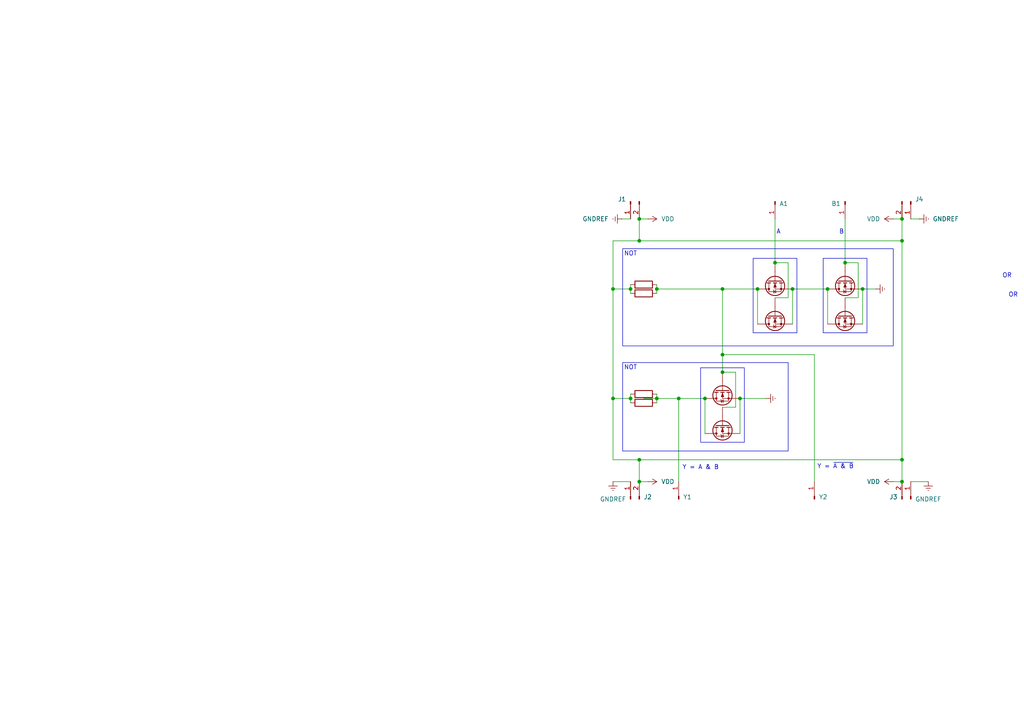
<source format=kicad_sch>
(kicad_sch
	(version 20250114)
	(generator "eeschema")
	(generator_version "9.0")
	(uuid "38b61d3a-980d-41e9-90d9-6607b9c2b652")
	(paper "A4")
	(title_block
		(title "NAND")
		(rev "1.0")
		(company "Cyborg Systems")
		(comment 1 "BlueChip")
	)
	(lib_symbols
		(symbol "2N7000_5"
			(pin_numbers
				(hide yes)
			)
			(pin_names
				(hide yes)
			)
			(exclude_from_sim no)
			(in_bom yes)
			(on_board yes)
			(property "Reference" "Q"
				(at 5.08 1.905 0)
				(effects
					(font
						(size 1.27 1.27)
					)
					(justify left)
				)
			)
			(property "Value" "2N7000"
				(at 5.08 0 0)
				(effects
					(font
						(size 1.27 1.27)
					)
					(justify left)
				)
			)
			(property "Footprint" "Package_TO_SOT_THT:TO-92_Inline"
				(at 5.08 -1.905 0)
				(effects
					(font
						(size 1.27 1.27)
						(italic yes)
					)
					(justify left)
					(hide yes)
				)
			)
			(property "Datasheet" "https://www.vishay.com/docs/70226/70226.pdf"
				(at 5.08 -3.81 0)
				(effects
					(font
						(size 1.27 1.27)
					)
					(justify left)
					(hide yes)
				)
			)
			(property "Description" "0.2A Id, 200V Vds, N-Channel MOSFET, 2.6V Logic Level, TO-92"
				(at 0 0 0)
				(effects
					(font
						(size 1.27 1.27)
					)
					(hide yes)
				)
			)
			(property "ki_keywords" "N-Channel MOSFET Logic-Level"
				(at 0 0 0)
				(effects
					(font
						(size 1.27 1.27)
					)
					(hide yes)
				)
			)
			(property "ki_fp_filters" "TO?92*"
				(at 0 0 0)
				(effects
					(font
						(size 1.27 1.27)
					)
					(hide yes)
				)
			)
			(symbol "2N7000_5_0_1"
				(polyline
					(pts
						(xy 0.254 1.905) (xy 0.254 -1.905)
					)
					(stroke
						(width 0.254)
						(type default)
					)
					(fill
						(type none)
					)
				)
				(polyline
					(pts
						(xy 0.254 0) (xy -2.54 0)
					)
					(stroke
						(width 0)
						(type default)
					)
					(fill
						(type none)
					)
				)
				(polyline
					(pts
						(xy 0.762 2.286) (xy 0.762 1.27)
					)
					(stroke
						(width 0.254)
						(type default)
					)
					(fill
						(type none)
					)
				)
				(polyline
					(pts
						(xy 0.762 0.508) (xy 0.762 -0.508)
					)
					(stroke
						(width 0.254)
						(type default)
					)
					(fill
						(type none)
					)
				)
				(polyline
					(pts
						(xy 0.762 -1.27) (xy 0.762 -2.286)
					)
					(stroke
						(width 0.254)
						(type default)
					)
					(fill
						(type none)
					)
				)
				(polyline
					(pts
						(xy 0.762 -1.778) (xy 3.302 -1.778) (xy 3.302 1.778) (xy 0.762 1.778)
					)
					(stroke
						(width 0)
						(type default)
					)
					(fill
						(type none)
					)
				)
				(polyline
					(pts
						(xy 1.016 0) (xy 2.032 0.381) (xy 2.032 -0.381) (xy 1.016 0)
					)
					(stroke
						(width 0)
						(type default)
					)
					(fill
						(type outline)
					)
				)
				(circle
					(center 1.651 0)
					(radius 2.794)
					(stroke
						(width 0.254)
						(type default)
					)
					(fill
						(type none)
					)
				)
				(polyline
					(pts
						(xy 2.54 2.54) (xy 2.54 1.778)
					)
					(stroke
						(width 0)
						(type default)
					)
					(fill
						(type none)
					)
				)
				(circle
					(center 2.54 1.778)
					(radius 0.254)
					(stroke
						(width 0)
						(type default)
					)
					(fill
						(type outline)
					)
				)
				(circle
					(center 2.54 -1.778)
					(radius 0.254)
					(stroke
						(width 0)
						(type default)
					)
					(fill
						(type outline)
					)
				)
				(polyline
					(pts
						(xy 2.54 -2.54) (xy 2.54 0) (xy 0.762 0)
					)
					(stroke
						(width 0)
						(type default)
					)
					(fill
						(type none)
					)
				)
				(polyline
					(pts
						(xy 2.794 0.508) (xy 2.921 0.381) (xy 3.683 0.381) (xy 3.81 0.254)
					)
					(stroke
						(width 0)
						(type default)
					)
					(fill
						(type none)
					)
				)
				(polyline
					(pts
						(xy 3.302 0.381) (xy 2.921 -0.254) (xy 3.683 -0.254) (xy 3.302 0.381)
					)
					(stroke
						(width 0)
						(type default)
					)
					(fill
						(type none)
					)
				)
			)
			(symbol "2N7000_5_1_1"
				(pin input line
					(at -5.08 0 0)
					(length 2.54)
					(name "G"
						(effects
							(font
								(size 1.27 1.27)
							)
						)
					)
					(number "2"
						(effects
							(font
								(size 1.27 1.27)
							)
						)
					)
				)
				(pin passive line
					(at 2.54 5.08 270)
					(length 2.54)
					(name "D"
						(effects
							(font
								(size 1.27 1.27)
							)
						)
					)
					(number "3"
						(effects
							(font
								(size 1.27 1.27)
							)
						)
					)
				)
				(pin passive line
					(at 2.54 -5.08 90)
					(length 2.54)
					(name "S"
						(effects
							(font
								(size 1.27 1.27)
							)
						)
					)
					(number "1"
						(effects
							(font
								(size 1.27 1.27)
							)
						)
					)
				)
			)
			(embedded_fonts no)
		)
		(symbol "2N7000_6"
			(pin_numbers
				(hide yes)
			)
			(pin_names
				(hide yes)
			)
			(exclude_from_sim no)
			(in_bom yes)
			(on_board yes)
			(property "Reference" "Q"
				(at 5.08 1.905 0)
				(effects
					(font
						(size 1.27 1.27)
					)
					(justify left)
				)
			)
			(property "Value" "2N7000"
				(at 5.08 0 0)
				(effects
					(font
						(size 1.27 1.27)
					)
					(justify left)
				)
			)
			(property "Footprint" "Package_TO_SOT_THT:TO-92_Inline"
				(at 5.08 -1.905 0)
				(effects
					(font
						(size 1.27 1.27)
						(italic yes)
					)
					(justify left)
					(hide yes)
				)
			)
			(property "Datasheet" "https://www.vishay.com/docs/70226/70226.pdf"
				(at 5.08 -3.81 0)
				(effects
					(font
						(size 1.27 1.27)
					)
					(justify left)
					(hide yes)
				)
			)
			(property "Description" "0.2A Id, 200V Vds, N-Channel MOSFET, 2.6V Logic Level, TO-92"
				(at 0 0 0)
				(effects
					(font
						(size 1.27 1.27)
					)
					(hide yes)
				)
			)
			(property "ki_keywords" "N-Channel MOSFET Logic-Level"
				(at 0 0 0)
				(effects
					(font
						(size 1.27 1.27)
					)
					(hide yes)
				)
			)
			(property "ki_fp_filters" "TO?92*"
				(at 0 0 0)
				(effects
					(font
						(size 1.27 1.27)
					)
					(hide yes)
				)
			)
			(symbol "2N7000_6_0_1"
				(polyline
					(pts
						(xy 0.254 1.905) (xy 0.254 -1.905)
					)
					(stroke
						(width 0.254)
						(type default)
					)
					(fill
						(type none)
					)
				)
				(polyline
					(pts
						(xy 0.254 0) (xy -2.54 0)
					)
					(stroke
						(width 0)
						(type default)
					)
					(fill
						(type none)
					)
				)
				(polyline
					(pts
						(xy 0.762 2.286) (xy 0.762 1.27)
					)
					(stroke
						(width 0.254)
						(type default)
					)
					(fill
						(type none)
					)
				)
				(polyline
					(pts
						(xy 0.762 0.508) (xy 0.762 -0.508)
					)
					(stroke
						(width 0.254)
						(type default)
					)
					(fill
						(type none)
					)
				)
				(polyline
					(pts
						(xy 0.762 -1.27) (xy 0.762 -2.286)
					)
					(stroke
						(width 0.254)
						(type default)
					)
					(fill
						(type none)
					)
				)
				(polyline
					(pts
						(xy 0.762 -1.778) (xy 3.302 -1.778) (xy 3.302 1.778) (xy 0.762 1.778)
					)
					(stroke
						(width 0)
						(type default)
					)
					(fill
						(type none)
					)
				)
				(polyline
					(pts
						(xy 1.016 0) (xy 2.032 0.381) (xy 2.032 -0.381) (xy 1.016 0)
					)
					(stroke
						(width 0)
						(type default)
					)
					(fill
						(type outline)
					)
				)
				(circle
					(center 1.651 0)
					(radius 2.794)
					(stroke
						(width 0.254)
						(type default)
					)
					(fill
						(type none)
					)
				)
				(polyline
					(pts
						(xy 2.54 2.54) (xy 2.54 1.778)
					)
					(stroke
						(width 0)
						(type default)
					)
					(fill
						(type none)
					)
				)
				(circle
					(center 2.54 1.778)
					(radius 0.254)
					(stroke
						(width 0)
						(type default)
					)
					(fill
						(type outline)
					)
				)
				(circle
					(center 2.54 -1.778)
					(radius 0.254)
					(stroke
						(width 0)
						(type default)
					)
					(fill
						(type outline)
					)
				)
				(polyline
					(pts
						(xy 2.54 -2.54) (xy 2.54 0) (xy 0.762 0)
					)
					(stroke
						(width 0)
						(type default)
					)
					(fill
						(type none)
					)
				)
				(polyline
					(pts
						(xy 2.794 0.508) (xy 2.921 0.381) (xy 3.683 0.381) (xy 3.81 0.254)
					)
					(stroke
						(width 0)
						(type default)
					)
					(fill
						(type none)
					)
				)
				(polyline
					(pts
						(xy 3.302 0.381) (xy 2.921 -0.254) (xy 3.683 -0.254) (xy 3.302 0.381)
					)
					(stroke
						(width 0)
						(type default)
					)
					(fill
						(type none)
					)
				)
			)
			(symbol "2N7000_6_1_1"
				(pin input line
					(at -5.08 0 0)
					(length 2.54)
					(name "G"
						(effects
							(font
								(size 1.27 1.27)
							)
						)
					)
					(number "2"
						(effects
							(font
								(size 1.27 1.27)
							)
						)
					)
				)
				(pin passive line
					(at 2.54 5.08 270)
					(length 2.54)
					(name "D"
						(effects
							(font
								(size 1.27 1.27)
							)
						)
					)
					(number "3"
						(effects
							(font
								(size 1.27 1.27)
							)
						)
					)
				)
				(pin passive line
					(at 2.54 -5.08 90)
					(length 2.54)
					(name "S"
						(effects
							(font
								(size 1.27 1.27)
							)
						)
					)
					(number "1"
						(effects
							(font
								(size 1.27 1.27)
							)
						)
					)
				)
			)
			(embedded_fonts no)
		)
		(symbol "2N7000_7"
			(pin_numbers
				(hide yes)
			)
			(pin_names
				(hide yes)
			)
			(exclude_from_sim no)
			(in_bom yes)
			(on_board yes)
			(property "Reference" "Q"
				(at 5.08 1.905 0)
				(effects
					(font
						(size 1.27 1.27)
					)
					(justify left)
				)
			)
			(property "Value" "2N7000"
				(at 5.08 0 0)
				(effects
					(font
						(size 1.27 1.27)
					)
					(justify left)
				)
			)
			(property "Footprint" "Package_TO_SOT_THT:TO-92_Inline"
				(at 5.08 -1.905 0)
				(effects
					(font
						(size 1.27 1.27)
						(italic yes)
					)
					(justify left)
					(hide yes)
				)
			)
			(property "Datasheet" "https://www.vishay.com/docs/70226/70226.pdf"
				(at 5.08 -3.81 0)
				(effects
					(font
						(size 1.27 1.27)
					)
					(justify left)
					(hide yes)
				)
			)
			(property "Description" "0.2A Id, 200V Vds, N-Channel MOSFET, 2.6V Logic Level, TO-92"
				(at 0 0 0)
				(effects
					(font
						(size 1.27 1.27)
					)
					(hide yes)
				)
			)
			(property "ki_keywords" "N-Channel MOSFET Logic-Level"
				(at 0 0 0)
				(effects
					(font
						(size 1.27 1.27)
					)
					(hide yes)
				)
			)
			(property "ki_fp_filters" "TO?92*"
				(at 0 0 0)
				(effects
					(font
						(size 1.27 1.27)
					)
					(hide yes)
				)
			)
			(symbol "2N7000_7_0_1"
				(polyline
					(pts
						(xy 0.254 1.905) (xy 0.254 -1.905)
					)
					(stroke
						(width 0.254)
						(type default)
					)
					(fill
						(type none)
					)
				)
				(polyline
					(pts
						(xy 0.254 0) (xy -2.54 0)
					)
					(stroke
						(width 0)
						(type default)
					)
					(fill
						(type none)
					)
				)
				(polyline
					(pts
						(xy 0.762 2.286) (xy 0.762 1.27)
					)
					(stroke
						(width 0.254)
						(type default)
					)
					(fill
						(type none)
					)
				)
				(polyline
					(pts
						(xy 0.762 0.508) (xy 0.762 -0.508)
					)
					(stroke
						(width 0.254)
						(type default)
					)
					(fill
						(type none)
					)
				)
				(polyline
					(pts
						(xy 0.762 -1.27) (xy 0.762 -2.286)
					)
					(stroke
						(width 0.254)
						(type default)
					)
					(fill
						(type none)
					)
				)
				(polyline
					(pts
						(xy 0.762 -1.778) (xy 3.302 -1.778) (xy 3.302 1.778) (xy 0.762 1.778)
					)
					(stroke
						(width 0)
						(type default)
					)
					(fill
						(type none)
					)
				)
				(polyline
					(pts
						(xy 1.016 0) (xy 2.032 0.381) (xy 2.032 -0.381) (xy 1.016 0)
					)
					(stroke
						(width 0)
						(type default)
					)
					(fill
						(type outline)
					)
				)
				(circle
					(center 1.651 0)
					(radius 2.794)
					(stroke
						(width 0.254)
						(type default)
					)
					(fill
						(type none)
					)
				)
				(polyline
					(pts
						(xy 2.54 2.54) (xy 2.54 1.778)
					)
					(stroke
						(width 0)
						(type default)
					)
					(fill
						(type none)
					)
				)
				(circle
					(center 2.54 1.778)
					(radius 0.254)
					(stroke
						(width 0)
						(type default)
					)
					(fill
						(type outline)
					)
				)
				(circle
					(center 2.54 -1.778)
					(radius 0.254)
					(stroke
						(width 0)
						(type default)
					)
					(fill
						(type outline)
					)
				)
				(polyline
					(pts
						(xy 2.54 -2.54) (xy 2.54 0) (xy 0.762 0)
					)
					(stroke
						(width 0)
						(type default)
					)
					(fill
						(type none)
					)
				)
				(polyline
					(pts
						(xy 2.794 0.508) (xy 2.921 0.381) (xy 3.683 0.381) (xy 3.81 0.254)
					)
					(stroke
						(width 0)
						(type default)
					)
					(fill
						(type none)
					)
				)
				(polyline
					(pts
						(xy 3.302 0.381) (xy 2.921 -0.254) (xy 3.683 -0.254) (xy 3.302 0.381)
					)
					(stroke
						(width 0)
						(type default)
					)
					(fill
						(type none)
					)
				)
			)
			(symbol "2N7000_7_1_1"
				(pin input line
					(at -5.08 0 0)
					(length 2.54)
					(name "G"
						(effects
							(font
								(size 1.27 1.27)
							)
						)
					)
					(number "2"
						(effects
							(font
								(size 1.27 1.27)
							)
						)
					)
				)
				(pin passive line
					(at 2.54 5.08 270)
					(length 2.54)
					(name "D"
						(effects
							(font
								(size 1.27 1.27)
							)
						)
					)
					(number "3"
						(effects
							(font
								(size 1.27 1.27)
							)
						)
					)
				)
				(pin passive line
					(at 2.54 -5.08 90)
					(length 2.54)
					(name "S"
						(effects
							(font
								(size 1.27 1.27)
							)
						)
					)
					(number "1"
						(effects
							(font
								(size 1.27 1.27)
							)
						)
					)
				)
			)
			(embedded_fonts no)
		)
		(symbol "2N7000_8"
			(pin_numbers
				(hide yes)
			)
			(pin_names
				(hide yes)
			)
			(exclude_from_sim no)
			(in_bom yes)
			(on_board yes)
			(property "Reference" "Q"
				(at 5.08 1.905 0)
				(effects
					(font
						(size 1.27 1.27)
					)
					(justify left)
				)
			)
			(property "Value" "2N7000"
				(at 5.08 0 0)
				(effects
					(font
						(size 1.27 1.27)
					)
					(justify left)
				)
			)
			(property "Footprint" "Package_TO_SOT_THT:TO-92_Inline"
				(at 5.08 -1.905 0)
				(effects
					(font
						(size 1.27 1.27)
						(italic yes)
					)
					(justify left)
					(hide yes)
				)
			)
			(property "Datasheet" "https://www.vishay.com/docs/70226/70226.pdf"
				(at 5.08 -3.81 0)
				(effects
					(font
						(size 1.27 1.27)
					)
					(justify left)
					(hide yes)
				)
			)
			(property "Description" "0.2A Id, 200V Vds, N-Channel MOSFET, 2.6V Logic Level, TO-92"
				(at 0 0 0)
				(effects
					(font
						(size 1.27 1.27)
					)
					(hide yes)
				)
			)
			(property "ki_keywords" "N-Channel MOSFET Logic-Level"
				(at 0 0 0)
				(effects
					(font
						(size 1.27 1.27)
					)
					(hide yes)
				)
			)
			(property "ki_fp_filters" "TO?92*"
				(at 0 0 0)
				(effects
					(font
						(size 1.27 1.27)
					)
					(hide yes)
				)
			)
			(symbol "2N7000_8_0_1"
				(polyline
					(pts
						(xy 0.254 1.905) (xy 0.254 -1.905)
					)
					(stroke
						(width 0.254)
						(type default)
					)
					(fill
						(type none)
					)
				)
				(polyline
					(pts
						(xy 0.254 0) (xy -2.54 0)
					)
					(stroke
						(width 0)
						(type default)
					)
					(fill
						(type none)
					)
				)
				(polyline
					(pts
						(xy 0.762 2.286) (xy 0.762 1.27)
					)
					(stroke
						(width 0.254)
						(type default)
					)
					(fill
						(type none)
					)
				)
				(polyline
					(pts
						(xy 0.762 0.508) (xy 0.762 -0.508)
					)
					(stroke
						(width 0.254)
						(type default)
					)
					(fill
						(type none)
					)
				)
				(polyline
					(pts
						(xy 0.762 -1.27) (xy 0.762 -2.286)
					)
					(stroke
						(width 0.254)
						(type default)
					)
					(fill
						(type none)
					)
				)
				(polyline
					(pts
						(xy 0.762 -1.778) (xy 3.302 -1.778) (xy 3.302 1.778) (xy 0.762 1.778)
					)
					(stroke
						(width 0)
						(type default)
					)
					(fill
						(type none)
					)
				)
				(polyline
					(pts
						(xy 1.016 0) (xy 2.032 0.381) (xy 2.032 -0.381) (xy 1.016 0)
					)
					(stroke
						(width 0)
						(type default)
					)
					(fill
						(type outline)
					)
				)
				(circle
					(center 1.651 0)
					(radius 2.794)
					(stroke
						(width 0.254)
						(type default)
					)
					(fill
						(type none)
					)
				)
				(polyline
					(pts
						(xy 2.54 2.54) (xy 2.54 1.778)
					)
					(stroke
						(width 0)
						(type default)
					)
					(fill
						(type none)
					)
				)
				(circle
					(center 2.54 1.778)
					(radius 0.254)
					(stroke
						(width 0)
						(type default)
					)
					(fill
						(type outline)
					)
				)
				(circle
					(center 2.54 -1.778)
					(radius 0.254)
					(stroke
						(width 0)
						(type default)
					)
					(fill
						(type outline)
					)
				)
				(polyline
					(pts
						(xy 2.54 -2.54) (xy 2.54 0) (xy 0.762 0)
					)
					(stroke
						(width 0)
						(type default)
					)
					(fill
						(type none)
					)
				)
				(polyline
					(pts
						(xy 2.794 0.508) (xy 2.921 0.381) (xy 3.683 0.381) (xy 3.81 0.254)
					)
					(stroke
						(width 0)
						(type default)
					)
					(fill
						(type none)
					)
				)
				(polyline
					(pts
						(xy 3.302 0.381) (xy 2.921 -0.254) (xy 3.683 -0.254) (xy 3.302 0.381)
					)
					(stroke
						(width 0)
						(type default)
					)
					(fill
						(type none)
					)
				)
			)
			(symbol "2N7000_8_1_1"
				(pin input line
					(at -5.08 0 0)
					(length 2.54)
					(name "G"
						(effects
							(font
								(size 1.27 1.27)
							)
						)
					)
					(number "2"
						(effects
							(font
								(size 1.27 1.27)
							)
						)
					)
				)
				(pin passive line
					(at 2.54 5.08 270)
					(length 2.54)
					(name "D"
						(effects
							(font
								(size 1.27 1.27)
							)
						)
					)
					(number "3"
						(effects
							(font
								(size 1.27 1.27)
							)
						)
					)
				)
				(pin passive line
					(at 2.54 -5.08 90)
					(length 2.54)
					(name "S"
						(effects
							(font
								(size 1.27 1.27)
							)
						)
					)
					(number "1"
						(effects
							(font
								(size 1.27 1.27)
							)
						)
					)
				)
			)
			(embedded_fonts no)
		)
		(symbol "Connector:Conn_01x01_Pin"
			(pin_names
				(offset 1.016)
				(hide yes)
			)
			(exclude_from_sim no)
			(in_bom yes)
			(on_board yes)
			(property "Reference" "J"
				(at 0 2.54 0)
				(effects
					(font
						(size 1.27 1.27)
					)
				)
			)
			(property "Value" "Conn_01x01_Pin"
				(at 0 -2.54 0)
				(effects
					(font
						(size 1.27 1.27)
					)
				)
			)
			(property "Footprint" ""
				(at 0 0 0)
				(effects
					(font
						(size 1.27 1.27)
					)
					(hide yes)
				)
			)
			(property "Datasheet" "~"
				(at 0 0 0)
				(effects
					(font
						(size 1.27 1.27)
					)
					(hide yes)
				)
			)
			(property "Description" "Generic connector, single row, 01x01, script generated"
				(at 0 0 0)
				(effects
					(font
						(size 1.27 1.27)
					)
					(hide yes)
				)
			)
			(property "ki_locked" ""
				(at 0 0 0)
				(effects
					(font
						(size 1.27 1.27)
					)
				)
			)
			(property "ki_keywords" "connector"
				(at 0 0 0)
				(effects
					(font
						(size 1.27 1.27)
					)
					(hide yes)
				)
			)
			(property "ki_fp_filters" "Connector*:*_1x??_*"
				(at 0 0 0)
				(effects
					(font
						(size 1.27 1.27)
					)
					(hide yes)
				)
			)
			(symbol "Conn_01x01_Pin_1_1"
				(rectangle
					(start 0.8636 0.127)
					(end 0 -0.127)
					(stroke
						(width 0.1524)
						(type default)
					)
					(fill
						(type outline)
					)
				)
				(polyline
					(pts
						(xy 1.27 0) (xy 0.8636 0)
					)
					(stroke
						(width 0.1524)
						(type default)
					)
					(fill
						(type none)
					)
				)
				(pin passive line
					(at 5.08 0 180)
					(length 3.81)
					(name "Pin_1"
						(effects
							(font
								(size 1.27 1.27)
							)
						)
					)
					(number "1"
						(effects
							(font
								(size 1.27 1.27)
							)
						)
					)
				)
			)
			(embedded_fonts no)
		)
		(symbol "Connector:Conn_01x02_Pin"
			(pin_names
				(offset 1.016)
				(hide yes)
			)
			(exclude_from_sim no)
			(in_bom yes)
			(on_board yes)
			(property "Reference" "J"
				(at 0 2.54 0)
				(effects
					(font
						(size 1.27 1.27)
					)
				)
			)
			(property "Value" "Conn_01x02_Pin"
				(at 0 -5.08 0)
				(effects
					(font
						(size 1.27 1.27)
					)
				)
			)
			(property "Footprint" ""
				(at 0 0 0)
				(effects
					(font
						(size 1.27 1.27)
					)
					(hide yes)
				)
			)
			(property "Datasheet" "~"
				(at 0 0 0)
				(effects
					(font
						(size 1.27 1.27)
					)
					(hide yes)
				)
			)
			(property "Description" "Generic connector, single row, 01x02, script generated"
				(at 0 0 0)
				(effects
					(font
						(size 1.27 1.27)
					)
					(hide yes)
				)
			)
			(property "ki_locked" ""
				(at 0 0 0)
				(effects
					(font
						(size 1.27 1.27)
					)
				)
			)
			(property "ki_keywords" "connector"
				(at 0 0 0)
				(effects
					(font
						(size 1.27 1.27)
					)
					(hide yes)
				)
			)
			(property "ki_fp_filters" "Connector*:*_1x??_*"
				(at 0 0 0)
				(effects
					(font
						(size 1.27 1.27)
					)
					(hide yes)
				)
			)
			(symbol "Conn_01x02_Pin_1_1"
				(rectangle
					(start 0.8636 0.127)
					(end 0 -0.127)
					(stroke
						(width 0.1524)
						(type default)
					)
					(fill
						(type outline)
					)
				)
				(rectangle
					(start 0.8636 -2.413)
					(end 0 -2.667)
					(stroke
						(width 0.1524)
						(type default)
					)
					(fill
						(type outline)
					)
				)
				(polyline
					(pts
						(xy 1.27 0) (xy 0.8636 0)
					)
					(stroke
						(width 0.1524)
						(type default)
					)
					(fill
						(type none)
					)
				)
				(polyline
					(pts
						(xy 1.27 -2.54) (xy 0.8636 -2.54)
					)
					(stroke
						(width 0.1524)
						(type default)
					)
					(fill
						(type none)
					)
				)
				(pin passive line
					(at 5.08 0 180)
					(length 3.81)
					(name "Pin_1"
						(effects
							(font
								(size 1.27 1.27)
							)
						)
					)
					(number "1"
						(effects
							(font
								(size 1.27 1.27)
							)
						)
					)
				)
				(pin passive line
					(at 5.08 -2.54 180)
					(length 3.81)
					(name "Pin_2"
						(effects
							(font
								(size 1.27 1.27)
							)
						)
					)
					(number "2"
						(effects
							(font
								(size 1.27 1.27)
							)
						)
					)
				)
			)
			(embedded_fonts no)
		)
		(symbol "Device:R"
			(pin_numbers
				(hide yes)
			)
			(pin_names
				(offset 0)
			)
			(exclude_from_sim no)
			(in_bom yes)
			(on_board yes)
			(property "Reference" "R"
				(at 2.032 0 90)
				(effects
					(font
						(size 1.27 1.27)
					)
				)
			)
			(property "Value" "R"
				(at 0 0 90)
				(effects
					(font
						(size 1.27 1.27)
					)
				)
			)
			(property "Footprint" ""
				(at -1.778 0 90)
				(effects
					(font
						(size 1.27 1.27)
					)
					(hide yes)
				)
			)
			(property "Datasheet" "~"
				(at 0 0 0)
				(effects
					(font
						(size 1.27 1.27)
					)
					(hide yes)
				)
			)
			(property "Description" "Resistor"
				(at 0 0 0)
				(effects
					(font
						(size 1.27 1.27)
					)
					(hide yes)
				)
			)
			(property "ki_keywords" "R res resistor"
				(at 0 0 0)
				(effects
					(font
						(size 1.27 1.27)
					)
					(hide yes)
				)
			)
			(property "ki_fp_filters" "R_*"
				(at 0 0 0)
				(effects
					(font
						(size 1.27 1.27)
					)
					(hide yes)
				)
			)
			(symbol "R_0_1"
				(rectangle
					(start -1.016 -2.54)
					(end 1.016 2.54)
					(stroke
						(width 0.254)
						(type default)
					)
					(fill
						(type none)
					)
				)
			)
			(symbol "R_1_1"
				(pin passive line
					(at 0 3.81 270)
					(length 1.27)
					(name "~"
						(effects
							(font
								(size 1.27 1.27)
							)
						)
					)
					(number "1"
						(effects
							(font
								(size 1.27 1.27)
							)
						)
					)
				)
				(pin passive line
					(at 0 -3.81 90)
					(length 1.27)
					(name "~"
						(effects
							(font
								(size 1.27 1.27)
							)
						)
					)
					(number "2"
						(effects
							(font
								(size 1.27 1.27)
							)
						)
					)
				)
			)
			(embedded_fonts no)
		)
		(symbol "power:GNDREF"
			(power)
			(pin_numbers
				(hide yes)
			)
			(pin_names
				(offset 0)
				(hide yes)
			)
			(exclude_from_sim no)
			(in_bom yes)
			(on_board yes)
			(property "Reference" "#PWR"
				(at 0 -6.35 0)
				(effects
					(font
						(size 1.27 1.27)
					)
					(hide yes)
				)
			)
			(property "Value" "GNDREF"
				(at 0 -3.81 0)
				(effects
					(font
						(size 1.27 1.27)
					)
				)
			)
			(property "Footprint" ""
				(at 0 0 0)
				(effects
					(font
						(size 1.27 1.27)
					)
					(hide yes)
				)
			)
			(property "Datasheet" ""
				(at 0 0 0)
				(effects
					(font
						(size 1.27 1.27)
					)
					(hide yes)
				)
			)
			(property "Description" "Power symbol creates a global label with name \"GNDREF\" , reference supply ground"
				(at 0 0 0)
				(effects
					(font
						(size 1.27 1.27)
					)
					(hide yes)
				)
			)
			(property "ki_keywords" "global power"
				(at 0 0 0)
				(effects
					(font
						(size 1.27 1.27)
					)
					(hide yes)
				)
			)
			(symbol "GNDREF_0_1"
				(polyline
					(pts
						(xy -0.635 -1.905) (xy 0.635 -1.905)
					)
					(stroke
						(width 0)
						(type default)
					)
					(fill
						(type none)
					)
				)
				(polyline
					(pts
						(xy -0.127 -2.54) (xy 0.127 -2.54)
					)
					(stroke
						(width 0)
						(type default)
					)
					(fill
						(type none)
					)
				)
				(polyline
					(pts
						(xy 0 -1.27) (xy 0 0)
					)
					(stroke
						(width 0)
						(type default)
					)
					(fill
						(type none)
					)
				)
				(polyline
					(pts
						(xy 1.27 -1.27) (xy -1.27 -1.27)
					)
					(stroke
						(width 0)
						(type default)
					)
					(fill
						(type none)
					)
				)
			)
			(symbol "GNDREF_1_1"
				(pin power_in line
					(at 0 0 270)
					(length 0)
					(name "~"
						(effects
							(font
								(size 1.27 1.27)
							)
						)
					)
					(number "1"
						(effects
							(font
								(size 1.27 1.27)
							)
						)
					)
				)
			)
			(embedded_fonts no)
		)
		(symbol "power:VDD"
			(power)
			(pin_numbers
				(hide yes)
			)
			(pin_names
				(offset 0)
				(hide yes)
			)
			(exclude_from_sim no)
			(in_bom yes)
			(on_board yes)
			(property "Reference" "#PWR"
				(at 0 -3.81 0)
				(effects
					(font
						(size 1.27 1.27)
					)
					(hide yes)
				)
			)
			(property "Value" "VDD"
				(at 0 3.556 0)
				(effects
					(font
						(size 1.27 1.27)
					)
				)
			)
			(property "Footprint" ""
				(at 0 0 0)
				(effects
					(font
						(size 1.27 1.27)
					)
					(hide yes)
				)
			)
			(property "Datasheet" ""
				(at 0 0 0)
				(effects
					(font
						(size 1.27 1.27)
					)
					(hide yes)
				)
			)
			(property "Description" "Power symbol creates a global label with name \"VDD\""
				(at 0 0 0)
				(effects
					(font
						(size 1.27 1.27)
					)
					(hide yes)
				)
			)
			(property "ki_keywords" "global power"
				(at 0 0 0)
				(effects
					(font
						(size 1.27 1.27)
					)
					(hide yes)
				)
			)
			(symbol "VDD_0_1"
				(polyline
					(pts
						(xy -0.762 1.27) (xy 0 2.54)
					)
					(stroke
						(width 0)
						(type default)
					)
					(fill
						(type none)
					)
				)
				(polyline
					(pts
						(xy 0 2.54) (xy 0.762 1.27)
					)
					(stroke
						(width 0)
						(type default)
					)
					(fill
						(type none)
					)
				)
				(polyline
					(pts
						(xy 0 0) (xy 0 2.54)
					)
					(stroke
						(width 0)
						(type default)
					)
					(fill
						(type none)
					)
				)
			)
			(symbol "VDD_1_1"
				(pin power_in line
					(at 0 0 90)
					(length 0)
					(name "~"
						(effects
							(font
								(size 1.27 1.27)
							)
						)
					)
					(number "1"
						(effects
							(font
								(size 1.27 1.27)
							)
						)
					)
				)
			)
			(embedded_fonts no)
		)
	)
	(rectangle
		(start 203.2 106.68)
		(end 215.9 128.27)
		(stroke
			(width 0)
			(type default)
		)
		(fill
			(type none)
		)
		(uuid 2c41ae19-2d48-45ae-9b1e-17c759cf1804)
	)
	(rectangle
		(start 218.44 74.93)
		(end 231.14 96.52)
		(stroke
			(width 0)
			(type default)
		)
		(fill
			(type none)
		)
		(uuid 498f5288-4282-46f4-83d2-c9c644a6f1bf)
	)
	(rectangle
		(start 180.594 105.156)
		(end 228.6 130.81)
		(stroke
			(width 0)
			(type default)
		)
		(fill
			(type none)
		)
		(uuid 814bbf12-0aed-43ff-98df-834fd6b7c8cd)
	)
	(rectangle
		(start 238.76 74.93)
		(end 251.46 96.52)
		(stroke
			(width 0)
			(type default)
		)
		(fill
			(type none)
		)
		(uuid 91cb3159-b3e9-4852-b091-d70162fdf7f7)
	)
	(rectangle
		(start 180.594 72.136)
		(end 259.08 100.33)
		(stroke
			(width 0)
			(type default)
		)
		(fill
			(type none)
		)
		(uuid 97a312e4-b4a4-4d90-9b0c-cb6620d6583f)
	)
	(text "NOT"
		(exclude_from_sim no)
		(at 182.88 73.66 0)
		(effects
			(font
				(size 1.27 1.27)
			)
		)
		(uuid "25e1ec43-2faf-48cd-8fbf-793359ef6d3c")
	)
	(text "Y = ~{A & B}"
		(exclude_from_sim no)
		(at 242.316 135.382 0)
		(effects
			(font
				(size 1.27 1.27)
			)
		)
		(uuid "2be1faba-621a-4b3a-b9d1-c662e55835f8")
	)
	(text "NOT"
		(exclude_from_sim no)
		(at 182.88 106.68 0)
		(effects
			(font
				(size 1.27 1.27)
			)
		)
		(uuid "8f22791d-8871-42bb-a4f8-8bd9e8e6d82f")
	)
	(text "Y = A & B"
		(exclude_from_sim no)
		(at 203.2 135.636 0)
		(effects
			(font
				(size 1.27 1.27)
			)
		)
		(uuid "9d215df9-bd44-4112-9990-47d3bd92ef8a")
	)
	(text "A"
		(exclude_from_sim no)
		(at 225.806 67.31 0)
		(effects
			(font
				(size 1.27 1.27)
			)
		)
		(uuid "a4616ef1-eb33-4252-bca3-2f7ec1b2df3b")
	)
	(text "B"
		(exclude_from_sim no)
		(at 244.094 67.31 0)
		(effects
			(font
				(size 1.27 1.27)
			)
		)
		(uuid "efda905a-d636-4224-b94a-21ab9621bfcf")
	)
	(text "OR"
		(exclude_from_sim no)
		(at 292.1 80.01 0)
		(effects
			(font
				(size 1.27 1.27)
			)
		)
		(uuid "f342d8c8-1049-4a37-8eaf-8430061f6cca")
	)
	(text "OR"
		(exclude_from_sim no)
		(at 293.878 85.598 0)
		(effects
			(font
				(size 1.27 1.27)
			)
		)
		(uuid "f36fe2d0-c3a3-4de4-b084-be7d98f7973c")
	)
	(junction
		(at 185.42 133.35)
		(diameter 0)
		(color 0 0 0 0)
		(uuid "06b852ea-8d38-49c2-9664-e4b063ac1741")
	)
	(junction
		(at 185.42 63.5)
		(diameter 0)
		(color 0 0 0 0)
		(uuid "125e6b5e-084c-4575-af11-5bd7f7016d63")
	)
	(junction
		(at 250.19 83.82)
		(diameter 0)
		(color 0 0 0 0)
		(uuid "1420cbf9-0908-458f-b27a-bc11df9b7efc")
	)
	(junction
		(at 204.47 115.57)
		(diameter 0)
		(color 0 0 0 0)
		(uuid "1eae44fe-e89f-491f-9c87-1747c3f92513")
	)
	(junction
		(at 182.88 83.82)
		(diameter 0)
		(color 0 0 0 0)
		(uuid "24d1f6b5-591c-4cd4-8e2a-8af5784889fd")
	)
	(junction
		(at 190.5 83.82)
		(diameter 0)
		(color 0 0 0 0)
		(uuid "2796aac5-d613-4c9e-becc-c209be3d61ea")
	)
	(junction
		(at 182.88 115.57)
		(diameter 0)
		(color 0 0 0 0)
		(uuid "30f35021-ad80-405f-bdf4-81550f79c7fa")
	)
	(junction
		(at 240.03 83.82)
		(diameter 0)
		(color 0 0 0 0)
		(uuid "31add558-0d0e-40c3-a4a0-db44432a330a")
	)
	(junction
		(at 224.79 76.2)
		(diameter 0)
		(color 0 0 0 0)
		(uuid "39a66b68-6852-407a-a0b3-14b727280d98")
	)
	(junction
		(at 229.87 83.82)
		(diameter 0)
		(color 0 0 0 0)
		(uuid "4d6f4da6-b9f4-469b-b42a-8cd153f1358c")
	)
	(junction
		(at 185.42 139.7)
		(diameter 0)
		(color 0 0 0 0)
		(uuid "52177953-ce5d-405a-804e-a5ff78be53c6")
	)
	(junction
		(at 196.85 115.57)
		(diameter 0)
		(color 0 0 0 0)
		(uuid "5f11354e-0807-4105-b0ee-40207a96bf59")
	)
	(junction
		(at 261.62 69.85)
		(diameter 0)
		(color 0 0 0 0)
		(uuid "671ca0c9-4eb6-4219-9c98-d6e0b0447159")
	)
	(junction
		(at 177.8 83.82)
		(diameter 0)
		(color 0 0 0 0)
		(uuid "6a98f719-32af-4fee-82f0-57afbe6acd23")
	)
	(junction
		(at 209.55 83.82)
		(diameter 0)
		(color 0 0 0 0)
		(uuid "6d80398a-db4a-41f5-a7a8-c318e9e0e31c")
	)
	(junction
		(at 209.55 107.95)
		(diameter 0)
		(color 0 0 0 0)
		(uuid "71f450ef-546c-4b1f-8c92-4e123a1e4c35")
	)
	(junction
		(at 261.62 133.35)
		(diameter 0)
		(color 0 0 0 0)
		(uuid "75f67fc5-d4b5-4677-8478-7c8174de07d0")
	)
	(junction
		(at 219.71 83.82)
		(diameter 0)
		(color 0 0 0 0)
		(uuid "76ab2393-64c0-48b0-b124-d340021edb1c")
	)
	(junction
		(at 261.62 139.7)
		(diameter 0)
		(color 0 0 0 0)
		(uuid "7e849bba-b303-4fbb-8327-86ac59e800b9")
	)
	(junction
		(at 185.42 69.85)
		(diameter 0)
		(color 0 0 0 0)
		(uuid "88d9ce10-c324-4023-bc41-6609ef2ce5a3")
	)
	(junction
		(at 177.8 115.57)
		(diameter 0)
		(color 0 0 0 0)
		(uuid "9614b8b3-f4e0-44d7-8c96-db564a3597ad")
	)
	(junction
		(at 190.5 115.57)
		(diameter 0)
		(color 0 0 0 0)
		(uuid "b72ac4d1-07db-41dd-9b3f-ae764d07ff2a")
	)
	(junction
		(at 209.55 102.87)
		(diameter 0)
		(color 0 0 0 0)
		(uuid "bb7de448-0743-4dce-966d-f0b655eb810d")
	)
	(junction
		(at 261.62 63.5)
		(diameter 0)
		(color 0 0 0 0)
		(uuid "bfce5cd7-2f54-452a-a8c3-278c0967d35a")
	)
	(junction
		(at 214.63 115.57)
		(diameter 0)
		(color 0 0 0 0)
		(uuid "c4bdf9e1-e386-4df4-a38b-e8b3d27a4569")
	)
	(junction
		(at 245.11 76.2)
		(diameter 0)
		(color 0 0 0 0)
		(uuid "dd531789-bb41-44f5-9db6-a2a22e37ebfc")
	)
	(wire
		(pts
			(xy 190.5 83.82) (xy 209.55 83.82)
		)
		(stroke
			(width 0)
			(type default)
		)
		(uuid "0035ee6a-954c-4c19-8f38-806b5a79a60d")
	)
	(wire
		(pts
			(xy 219.71 83.82) (xy 219.71 93.98)
		)
		(stroke
			(width 0)
			(type default)
		)
		(uuid "0f94888b-5c9f-4c87-9daf-b588b4b22d6b")
	)
	(wire
		(pts
			(xy 177.8 83.82) (xy 177.8 115.57)
		)
		(stroke
			(width 0)
			(type default)
		)
		(uuid "168bae68-bada-40ab-85dc-9356e5854b03")
	)
	(wire
		(pts
			(xy 209.55 118.11) (xy 213.36 118.11)
		)
		(stroke
			(width 0)
			(type default)
		)
		(uuid "17c008d7-cf01-4f37-b759-4e313cbbc6bc")
	)
	(wire
		(pts
			(xy 259.08 63.5) (xy 261.62 63.5)
		)
		(stroke
			(width 0)
			(type default)
		)
		(uuid "1db40c3d-92cd-4f13-a9d1-a66c0079117e")
	)
	(wire
		(pts
			(xy 250.19 83.82) (xy 250.19 93.98)
		)
		(stroke
			(width 0)
			(type default)
		)
		(uuid "1df0e538-f565-4929-af9a-ec8a6e8772b4")
	)
	(wire
		(pts
			(xy 266.7 63.5) (xy 264.16 63.5)
		)
		(stroke
			(width 0)
			(type default)
		)
		(uuid "24d46502-f0a4-4fa4-8839-8eab6899982e")
	)
	(wire
		(pts
			(xy 209.55 102.87) (xy 236.22 102.87)
		)
		(stroke
			(width 0)
			(type default)
		)
		(uuid "3104d3fc-1dc1-4018-b70f-15b9f59815d4")
	)
	(wire
		(pts
			(xy 209.55 107.95) (xy 213.36 107.95)
		)
		(stroke
			(width 0)
			(type default)
		)
		(uuid "338f504c-cb58-4c96-a35e-17a198ad6e18")
	)
	(wire
		(pts
			(xy 259.08 139.7) (xy 261.62 139.7)
		)
		(stroke
			(width 0)
			(type default)
		)
		(uuid "37da6236-3d59-435e-9841-d8c7e554bb41")
	)
	(wire
		(pts
			(xy 214.63 115.57) (xy 214.63 125.73)
		)
		(stroke
			(width 0)
			(type default)
		)
		(uuid "3a977b5c-68ad-4b7e-8d87-64b23fcfc41c")
	)
	(wire
		(pts
			(xy 185.42 139.7) (xy 185.42 133.35)
		)
		(stroke
			(width 0)
			(type default)
		)
		(uuid "3c9fe370-0786-4e07-a999-5c095f597cc7")
	)
	(wire
		(pts
			(xy 187.96 63.5) (xy 185.42 63.5)
		)
		(stroke
			(width 0)
			(type default)
		)
		(uuid "41fc1afa-06cd-4995-a357-797b778da37d")
	)
	(wire
		(pts
			(xy 182.88 82.55) (xy 182.88 83.82)
		)
		(stroke
			(width 0)
			(type default)
		)
		(uuid "4284d28e-924f-43c3-b48a-e905c5303c05")
	)
	(wire
		(pts
			(xy 261.62 69.85) (xy 261.62 133.35)
		)
		(stroke
			(width 0)
			(type default)
		)
		(uuid "450eadc9-31b4-48ad-92e4-d4aa7b4cae87")
	)
	(wire
		(pts
			(xy 177.8 115.57) (xy 177.8 133.35)
		)
		(stroke
			(width 0)
			(type default)
		)
		(uuid "4b872dd1-c3ec-4af1-a5da-481b1ecc8688")
	)
	(wire
		(pts
			(xy 261.62 63.5) (xy 261.62 69.85)
		)
		(stroke
			(width 0)
			(type default)
		)
		(uuid "4be4f846-77d6-4ee9-8d23-b70dfdc3340e")
	)
	(wire
		(pts
			(xy 209.55 83.82) (xy 209.55 102.87)
		)
		(stroke
			(width 0)
			(type default)
		)
		(uuid "5555b161-9fb9-4bbb-806e-1c9c1e9aee82")
	)
	(wire
		(pts
			(xy 228.6 86.36) (xy 228.6 76.2)
		)
		(stroke
			(width 0)
			(type default)
		)
		(uuid "561f0286-63ab-4088-92b6-f1160743f2cb")
	)
	(wire
		(pts
			(xy 269.24 139.7) (xy 264.16 139.7)
		)
		(stroke
			(width 0)
			(type default)
		)
		(uuid "5fc12dac-8e34-494b-89c0-e5124df1d2e8")
	)
	(wire
		(pts
			(xy 185.42 69.85) (xy 261.62 69.85)
		)
		(stroke
			(width 0)
			(type default)
		)
		(uuid "610faac7-32f9-4e10-95f8-cc62f7f252b7")
	)
	(wire
		(pts
			(xy 245.11 76.2) (xy 248.92 76.2)
		)
		(stroke
			(width 0)
			(type default)
		)
		(uuid "63c01412-c6a2-40d7-85bd-087e4d2f4e7d")
	)
	(wire
		(pts
			(xy 177.8 133.35) (xy 185.42 133.35)
		)
		(stroke
			(width 0)
			(type default)
		)
		(uuid "63c5b25a-b338-47e1-83bd-bcb0f15222d2")
	)
	(wire
		(pts
			(xy 177.8 69.85) (xy 177.8 83.82)
		)
		(stroke
			(width 0)
			(type default)
		)
		(uuid "65a4366e-e545-41ef-a061-6b63feda31d3")
	)
	(wire
		(pts
			(xy 204.47 115.57) (xy 204.47 125.73)
		)
		(stroke
			(width 0)
			(type default)
		)
		(uuid "786a654d-23ca-4cc0-a772-7250a2b6f40b")
	)
	(wire
		(pts
			(xy 224.79 86.36) (xy 228.6 86.36)
		)
		(stroke
			(width 0)
			(type default)
		)
		(uuid "7d10330b-9950-4b87-b688-e559b62b9650")
	)
	(wire
		(pts
			(xy 190.5 115.57) (xy 190.5 116.84)
		)
		(stroke
			(width 0)
			(type default)
		)
		(uuid "81474fdb-b96d-4db9-b349-10510c521bcc")
	)
	(wire
		(pts
			(xy 185.42 133.35) (xy 261.62 133.35)
		)
		(stroke
			(width 0)
			(type default)
		)
		(uuid "83309776-ecf0-490b-b1fc-6b1b6667d420")
	)
	(wire
		(pts
			(xy 213.36 118.11) (xy 213.36 107.95)
		)
		(stroke
			(width 0)
			(type default)
		)
		(uuid "8fde369b-f892-4946-b024-8a32187b8da1")
	)
	(wire
		(pts
			(xy 229.87 83.82) (xy 229.87 93.98)
		)
		(stroke
			(width 0)
			(type default)
		)
		(uuid "9005adbc-0aa2-4252-8566-c892bdb4dc90")
	)
	(wire
		(pts
			(xy 224.79 76.2) (xy 228.6 76.2)
		)
		(stroke
			(width 0)
			(type default)
		)
		(uuid "90347ac8-74bd-4841-890b-36af7bf8c54a")
	)
	(wire
		(pts
			(xy 182.88 115.57) (xy 182.88 116.84)
		)
		(stroke
			(width 0)
			(type default)
		)
		(uuid "9131aa77-b9c7-4d03-8176-328fcf01625c")
	)
	(wire
		(pts
			(xy 245.11 63.5) (xy 245.11 76.2)
		)
		(stroke
			(width 0)
			(type default)
		)
		(uuid "92c35b86-0f9a-4126-a86c-fbadb73204d3")
	)
	(wire
		(pts
			(xy 240.03 83.82) (xy 240.03 93.98)
		)
		(stroke
			(width 0)
			(type default)
		)
		(uuid "93755cb3-855d-4010-b545-b119db2812b0")
	)
	(wire
		(pts
			(xy 182.88 114.3) (xy 182.88 115.57)
		)
		(stroke
			(width 0)
			(type default)
		)
		(uuid "98e069e6-9747-48a5-91f6-4436fb7ca523")
	)
	(wire
		(pts
			(xy 224.79 63.5) (xy 224.79 76.2)
		)
		(stroke
			(width 0)
			(type default)
		)
		(uuid "99942e85-aabd-4c02-b5b5-c0995a6da239")
	)
	(wire
		(pts
			(xy 209.55 83.82) (xy 219.71 83.82)
		)
		(stroke
			(width 0)
			(type default)
		)
		(uuid "99c0be45-f578-48e5-acda-423a340498d6")
	)
	(wire
		(pts
			(xy 182.88 83.82) (xy 182.88 85.09)
		)
		(stroke
			(width 0)
			(type default)
		)
		(uuid "a1fbed5e-09a5-45d6-a273-5ed9c925a3ba")
	)
	(wire
		(pts
			(xy 214.63 115.57) (xy 222.25 115.57)
		)
		(stroke
			(width 0)
			(type default)
		)
		(uuid "a4f1c94b-a5a0-42c1-9e04-ac5f7f27e3d8")
	)
	(wire
		(pts
			(xy 190.5 82.55) (xy 190.5 83.82)
		)
		(stroke
			(width 0)
			(type default)
		)
		(uuid "a54fdbb7-ab6b-4b2f-97df-67e1fb44a670")
	)
	(wire
		(pts
			(xy 177.8 83.82) (xy 182.88 83.82)
		)
		(stroke
			(width 0)
			(type default)
		)
		(uuid "a709f9b2-116f-4976-8e1b-37b64c5d77a9")
	)
	(wire
		(pts
			(xy 190.5 115.57) (xy 196.85 115.57)
		)
		(stroke
			(width 0)
			(type default)
		)
		(uuid "bafc2eb3-379b-4248-8652-4452aef7ef42")
	)
	(wire
		(pts
			(xy 236.22 139.7) (xy 236.22 102.87)
		)
		(stroke
			(width 0)
			(type default)
		)
		(uuid "bddbddb6-0cad-43de-b5ee-9175b89e63be")
	)
	(wire
		(pts
			(xy 229.87 83.82) (xy 240.03 83.82)
		)
		(stroke
			(width 0)
			(type default)
		)
		(uuid "be9c7390-94ef-4c91-8bce-0dd57294ccc3")
	)
	(wire
		(pts
			(xy 261.62 133.35) (xy 261.62 139.7)
		)
		(stroke
			(width 0)
			(type default)
		)
		(uuid "c580cfd5-794f-4ad5-a5ad-95471a4446e9")
	)
	(wire
		(pts
			(xy 180.34 63.5) (xy 182.88 63.5)
		)
		(stroke
			(width 0)
			(type default)
		)
		(uuid "c75db0dc-37ef-49ac-8341-1817c705072c")
	)
	(wire
		(pts
			(xy 248.92 86.36) (xy 248.92 76.2)
		)
		(stroke
			(width 0)
			(type default)
		)
		(uuid "cf9e1341-17c8-4ea5-9ee0-fe746d1e111a")
	)
	(wire
		(pts
			(xy 190.5 114.3) (xy 190.5 115.57)
		)
		(stroke
			(width 0)
			(type default)
		)
		(uuid "d4b7dfa6-3195-4225-89a4-75d86075e545")
	)
	(wire
		(pts
			(xy 196.85 115.57) (xy 204.47 115.57)
		)
		(stroke
			(width 0)
			(type default)
		)
		(uuid "d61d9b41-60a8-4ec7-954e-e9ebf231e68d")
	)
	(wire
		(pts
			(xy 187.96 139.7) (xy 185.42 139.7)
		)
		(stroke
			(width 0)
			(type default)
		)
		(uuid "d8712be2-030a-4f58-9630-02806c1ce664")
	)
	(wire
		(pts
			(xy 209.55 102.87) (xy 209.55 107.95)
		)
		(stroke
			(width 0)
			(type default)
		)
		(uuid "df1cbbaa-6f04-4ce7-a2a3-c7df39eda3c3")
	)
	(wire
		(pts
			(xy 177.8 69.85) (xy 185.42 69.85)
		)
		(stroke
			(width 0)
			(type default)
		)
		(uuid "dfea130a-e7d1-4bd7-940c-3fd9c3cb944e")
	)
	(wire
		(pts
			(xy 190.5 83.82) (xy 190.5 85.09)
		)
		(stroke
			(width 0)
			(type default)
		)
		(uuid "e08681b4-d153-406f-87e0-b5d0819e300d")
	)
	(wire
		(pts
			(xy 186.69 115.57) (xy 190.5 115.57)
		)
		(stroke
			(width 0)
			(type default)
		)
		(uuid "e3621e15-858e-4ea7-9df7-e2d5dcd948e6")
	)
	(wire
		(pts
			(xy 177.8 139.7) (xy 182.88 139.7)
		)
		(stroke
			(width 0)
			(type default)
		)
		(uuid "e8403dcf-d6a3-49e9-b63b-1a09c991c3eb")
	)
	(wire
		(pts
			(xy 245.11 86.36) (xy 248.92 86.36)
		)
		(stroke
			(width 0)
			(type default)
		)
		(uuid "e91bbb04-cd14-4564-8abe-d06ce04866b4")
	)
	(wire
		(pts
			(xy 196.85 115.57) (xy 196.85 139.7)
		)
		(stroke
			(width 0)
			(type default)
		)
		(uuid "ee808426-cb78-48d5-9084-5b46d72b940f")
	)
	(wire
		(pts
			(xy 185.42 63.5) (xy 185.42 69.85)
		)
		(stroke
			(width 0)
			(type default)
		)
		(uuid "f0b930cb-78b1-484e-8ae5-0506258508e8")
	)
	(wire
		(pts
			(xy 177.8 115.57) (xy 182.88 115.57)
		)
		(stroke
			(width 0)
			(type default)
		)
		(uuid "f605a067-9c47-4fc0-bf11-74582f3077f1")
	)
	(wire
		(pts
			(xy 250.19 83.82) (xy 254 83.82)
		)
		(stroke
			(width 0)
			(type default)
		)
		(uuid "fc32f065-9213-4326-a150-37aeb5a37442")
	)
	(symbol
		(lib_id "power:GNDREF")
		(at 266.7 63.5 90)
		(mirror x)
		(unit 1)
		(exclude_from_sim no)
		(in_bom yes)
		(on_board yes)
		(dnp no)
		(fields_autoplaced yes)
		(uuid "0d166b29-f18f-457c-9762-a6f4af2fc0f6")
		(property "Reference" "#PWR05"
			(at 273.05 63.5 0)
			(effects
				(font
					(size 1.27 1.27)
				)
				(hide yes)
			)
		)
		(property "Value" "GNDREF"
			(at 270.51 63.4999 90)
			(effects
				(font
					(size 1.27 1.27)
				)
				(justify right)
			)
		)
		(property "Footprint" ""
			(at 266.7 63.5 0)
			(effects
				(font
					(size 1.27 1.27)
				)
				(hide yes)
			)
		)
		(property "Datasheet" ""
			(at 266.7 63.5 0)
			(effects
				(font
					(size 1.27 1.27)
				)
				(hide yes)
			)
		)
		(property "Description" "Power symbol creates a global label with name \"GNDREF\" , reference supply ground"
			(at 266.7 63.5 0)
			(effects
				(font
					(size 1.27 1.27)
				)
				(hide yes)
			)
		)
		(pin "1"
			(uuid "0a573a52-75ff-4213-aa49-520d90586718")
		)
		(instances
			(project "XOR_LED"
				(path "/38b61d3a-980d-41e9-90d9-6607b9c2b652"
					(reference "#PWR05")
					(unit 1)
				)
			)
		)
	)
	(symbol
		(lib_id "Device:R")
		(at 186.69 82.55 90)
		(unit 1)
		(exclude_from_sim no)
		(in_bom yes)
		(on_board yes)
		(dnp no)
		(fields_autoplaced yes)
		(uuid "12ad597e-e7b9-49a7-a0b1-733c83f5a452")
		(property "Reference" "R5"
			(at 185.4199 80.01 0)
			(effects
				(font
					(size 1.27 1.27)
				)
				(justify left)
				(hide yes)
			)
		)
		(property "Value" "R"
			(at 187.9599 80.01 0)
			(effects
				(font
					(size 1.27 1.27)
				)
				(justify left)
				(hide yes)
			)
		)
		(property "Footprint" "Resistor_THT:R_Axial_DIN0207_L6.3mm_D2.5mm_P10.16mm_Horizontal"
			(at 186.69 84.328 90)
			(effects
				(font
					(size 1.27 1.27)
				)
				(hide yes)
			)
		)
		(property "Datasheet" "~"
			(at 186.69 82.55 0)
			(effects
				(font
					(size 1.27 1.27)
				)
				(hide yes)
			)
		)
		(property "Description" "Resistor"
			(at 186.69 82.55 0)
			(effects
				(font
					(size 1.27 1.27)
				)
				(hide yes)
			)
		)
		(pin "1"
			(uuid "30ce2ac5-0f10-4d49-a65b-1624f0da4039")
		)
		(pin "2"
			(uuid "e030266b-188b-4b80-91f1-1710e9115fe9")
		)
		(instances
			(project "XOR_LED"
				(path "/38b61d3a-980d-41e9-90d9-6607b9c2b652"
					(reference "R5")
					(unit 1)
				)
			)
		)
	)
	(symbol
		(lib_id "power:GNDREF")
		(at 177.8 139.7 0)
		(mirror y)
		(unit 1)
		(exclude_from_sim no)
		(in_bom yes)
		(on_board yes)
		(dnp no)
		(uuid "1d08a1a4-afdf-4434-909a-d297ac79d659")
		(property "Reference" "#PWR03"
			(at 177.8 146.05 0)
			(effects
				(font
					(size 1.27 1.27)
				)
				(hide yes)
			)
		)
		(property "Value" "GNDREF"
			(at 177.8 144.78 0)
			(effects
				(font
					(size 1.27 1.27)
				)
			)
		)
		(property "Footprint" ""
			(at 177.8 139.7 0)
			(effects
				(font
					(size 1.27 1.27)
				)
				(hide yes)
			)
		)
		(property "Datasheet" ""
			(at 177.8 139.7 0)
			(effects
				(font
					(size 1.27 1.27)
				)
				(hide yes)
			)
		)
		(property "Description" "Power symbol creates a global label with name \"GNDREF\" , reference supply ground"
			(at 177.8 139.7 0)
			(effects
				(font
					(size 1.27 1.27)
				)
				(hide yes)
			)
		)
		(pin "1"
			(uuid "bea31384-466d-4972-9431-1347b09a9156")
		)
		(instances
			(project "XOR_LED"
				(path "/38b61d3a-980d-41e9-90d9-6607b9c2b652"
					(reference "#PWR03")
					(unit 1)
				)
			)
		)
	)
	(symbol
		(lib_id "power:VDD")
		(at 259.08 139.7 90)
		(mirror x)
		(unit 1)
		(exclude_from_sim no)
		(in_bom yes)
		(on_board yes)
		(dnp no)
		(uuid "27361628-b1ba-47a9-9281-d8b88577f2e7")
		(property "Reference" "#PWR010"
			(at 262.89 139.7 0)
			(effects
				(font
					(size 1.27 1.27)
				)
				(hide yes)
			)
		)
		(property "Value" "VDD"
			(at 255.27 139.6999 90)
			(effects
				(font
					(size 1.27 1.27)
				)
				(justify left)
			)
		)
		(property "Footprint" ""
			(at 259.08 139.7 0)
			(effects
				(font
					(size 1.27 1.27)
				)
				(hide yes)
			)
		)
		(property "Datasheet" ""
			(at 259.08 139.7 0)
			(effects
				(font
					(size 1.27 1.27)
				)
				(hide yes)
			)
		)
		(property "Description" "Power symbol creates a global label with name \"VDD\""
			(at 259.08 139.7 0)
			(effects
				(font
					(size 1.27 1.27)
				)
				(hide yes)
			)
		)
		(pin "1"
			(uuid "1eb9f015-2cf6-47a8-b40c-ee1668e0938a")
		)
		(instances
			(project "NAND"
				(path "/38b61d3a-980d-41e9-90d9-6607b9c2b652"
					(reference "#PWR010")
					(unit 1)
				)
			)
		)
	)
	(symbol
		(lib_id "power:VDD")
		(at 187.96 139.7 270)
		(unit 1)
		(exclude_from_sim no)
		(in_bom yes)
		(on_board yes)
		(dnp no)
		(uuid "2ab4b021-a9fb-458a-8d9c-9874efd43df5")
		(property "Reference" "#PWR06"
			(at 184.15 139.7 0)
			(effects
				(font
					(size 1.27 1.27)
				)
				(hide yes)
			)
		)
		(property "Value" "VDD"
			(at 191.77 139.6999 90)
			(effects
				(font
					(size 1.27 1.27)
				)
				(justify left)
			)
		)
		(property "Footprint" ""
			(at 187.96 139.7 0)
			(effects
				(font
					(size 1.27 1.27)
				)
				(hide yes)
			)
		)
		(property "Datasheet" ""
			(at 187.96 139.7 0)
			(effects
				(font
					(size 1.27 1.27)
				)
				(hide yes)
			)
		)
		(property "Description" "Power symbol creates a global label with name \"VDD\""
			(at 187.96 139.7 0)
			(effects
				(font
					(size 1.27 1.27)
				)
				(hide yes)
			)
		)
		(pin "1"
			(uuid "ee3f49c3-e918-4b46-870c-0083221cc4b7")
		)
		(instances
			(project "NAND"
				(path "/38b61d3a-980d-41e9-90d9-6607b9c2b652"
					(reference "#PWR06")
					(unit 1)
				)
			)
		)
	)
	(symbol
		(lib_id "Device:R")
		(at 186.69 114.3 90)
		(unit 1)
		(exclude_from_sim no)
		(in_bom yes)
		(on_board yes)
		(dnp no)
		(fields_autoplaced yes)
		(uuid "52473118-f196-4016-a9e8-3abc6c421835")
		(property "Reference" "R6"
			(at 185.4199 111.76 0)
			(effects
				(font
					(size 1.27 1.27)
				)
				(justify left)
				(hide yes)
			)
		)
		(property "Value" "R"
			(at 187.9599 111.76 0)
			(effects
				(font
					(size 1.27 1.27)
				)
				(justify left)
				(hide yes)
			)
		)
		(property "Footprint" "Resistor_THT:R_Axial_DIN0207_L6.3mm_D2.5mm_P10.16mm_Horizontal"
			(at 186.69 116.078 90)
			(effects
				(font
					(size 1.27 1.27)
				)
				(hide yes)
			)
		)
		(property "Datasheet" "~"
			(at 186.69 114.3 0)
			(effects
				(font
					(size 1.27 1.27)
				)
				(hide yes)
			)
		)
		(property "Description" "Resistor"
			(at 186.69 114.3 0)
			(effects
				(font
					(size 1.27 1.27)
				)
				(hide yes)
			)
		)
		(pin "1"
			(uuid "2a00d46a-2c1c-4205-9c98-e268b4f09289")
		)
		(pin "2"
			(uuid "4821ec7a-b543-484a-bb92-3a8103f916ee")
		)
		(instances
			(project "(N)AND"
				(path "/38b61d3a-980d-41e9-90d9-6607b9c2b652"
					(reference "R6")
					(unit 1)
				)
			)
		)
	)
	(symbol
		(lib_name "2N7000_5")
		(lib_id "Transistor_FET:2N7000")
		(at 209.55 123.19 90)
		(mirror x)
		(unit 1)
		(exclude_from_sim no)
		(in_bom yes)
		(on_board yes)
		(dnp no)
		(uuid "57da7554-517b-445e-b96c-a7b06f419fa4")
		(property "Reference" "Q15"
			(at 209.55 132.08 90)
			(effects
				(font
					(size 1.27 1.27)
				)
				(hide yes)
			)
		)
		(property "Value" "2N7000"
			(at 209.55 129.54 90)
			(effects
				(font
					(size 1.27 1.27)
				)
				(hide yes)
			)
		)
		(property "Footprint" "Package_TO_SOT_SMD:SOT-23"
			(at 211.455 128.27 0)
			(effects
				(font
					(size 1.27 1.27)
					(italic yes)
				)
				(justify left)
				(hide yes)
			)
		)
		(property "Datasheet" "https://www.vishay.com/docs/70226/70226.pdf"
			(at 213.36 128.27 0)
			(effects
				(font
					(size 1.27 1.27)
				)
				(justify left)
				(hide yes)
			)
		)
		(property "Description" "0.2A Id, 200V Vds, N-Channel MOSFET, 2.6V Logic Level, TO-92"
			(at 209.55 123.19 0)
			(effects
				(font
					(size 1.27 1.27)
				)
				(hide yes)
			)
		)
		(pin "1"
			(uuid "9626b899-edc2-4794-aaa6-7eb4fc5cb19b")
		)
		(pin "2"
			(uuid "3d19cbc4-afca-400f-a08d-26bf938e110b")
		)
		(pin "3"
			(uuid "0af594d1-ae79-4c2e-b36a-47a9e434e647")
		)
		(instances
			(project "(N)AND"
				(path "/38b61d3a-980d-41e9-90d9-6607b9c2b652"
					(reference "Q15")
					(unit 1)
				)
			)
		)
	)
	(symbol
		(lib_id "Connector:Conn_01x02_Pin")
		(at 264.16 144.78 270)
		(mirror x)
		(unit 1)
		(exclude_from_sim no)
		(in_bom yes)
		(on_board yes)
		(dnp no)
		(fields_autoplaced yes)
		(uuid "5fe689e1-59e4-4723-bca5-209462cc518d")
		(property "Reference" "J3"
			(at 260.35 144.1449 90)
			(effects
				(font
					(size 1.27 1.27)
				)
				(justify right)
			)
		)
		(property "Value" "Conn_01x02_Pin"
			(at 265.43 142.8751 90)
			(effects
				(font
					(size 1.27 1.27)
				)
				(justify left)
				(hide yes)
			)
		)
		(property "Footprint" "Connector_PinSocket_2.54mm:PinSocket_1x02_P2.54mm_Vertical"
			(at 264.16 144.78 0)
			(effects
				(font
					(size 1.27 1.27)
				)
				(hide yes)
			)
		)
		(property "Datasheet" "~"
			(at 264.16 144.78 0)
			(effects
				(font
					(size 1.27 1.27)
				)
				(hide yes)
			)
		)
		(property "Description" "Generic connector, single row, 01x02, script generated"
			(at 264.16 144.78 0)
			(effects
				(font
					(size 1.27 1.27)
				)
				(hide yes)
			)
		)
		(pin "2"
			(uuid "c2ca9be7-d468-487b-bb39-05048d05da43")
		)
		(pin "1"
			(uuid "3b2dfa27-cf4d-4c6a-a10b-4b4d596fa45f")
		)
		(instances
			(project "XOR_LED"
				(path "/38b61d3a-980d-41e9-90d9-6607b9c2b652"
					(reference "J3")
					(unit 1)
				)
			)
		)
	)
	(symbol
		(lib_id "Device:R")
		(at 186.69 85.09 90)
		(unit 1)
		(exclude_from_sim no)
		(in_bom yes)
		(on_board yes)
		(dnp no)
		(fields_autoplaced yes)
		(uuid "6b099490-a6f0-4b64-b612-dacc7ba5d858")
		(property "Reference" "R15"
			(at 185.4199 82.55 0)
			(effects
				(font
					(size 1.27 1.27)
				)
				(justify left)
				(hide yes)
			)
		)
		(property "Value" "R"
			(at 187.9599 82.55 0)
			(effects
				(font
					(size 1.27 1.27)
				)
				(justify left)
				(hide yes)
			)
		)
		(property "Footprint" "Resistor_SMD:R_1206_3216Metric"
			(at 186.69 86.868 90)
			(effects
				(font
					(size 1.27 1.27)
				)
				(hide yes)
			)
		)
		(property "Datasheet" "~"
			(at 186.69 85.09 0)
			(effects
				(font
					(size 1.27 1.27)
				)
				(hide yes)
			)
		)
		(property "Description" "Resistor"
			(at 186.69 85.09 0)
			(effects
				(font
					(size 1.27 1.27)
				)
				(hide yes)
			)
		)
		(pin "1"
			(uuid "4a1f2a8c-068b-44f2-a47a-bc7d89259df1")
		)
		(pin "2"
			(uuid "56d93557-1d6a-43d2-a26f-834090b5e65a")
		)
		(instances
			(project "XOR_LED"
				(path "/38b61d3a-980d-41e9-90d9-6607b9c2b652"
					(reference "R15")
					(unit 1)
				)
			)
		)
	)
	(symbol
		(lib_id "power:GNDREF")
		(at 254 83.82 90)
		(unit 1)
		(exclude_from_sim no)
		(in_bom yes)
		(on_board yes)
		(dnp no)
		(fields_autoplaced yes)
		(uuid "829761fe-7c87-4e55-ae17-b5434752ef1a")
		(property "Reference" "#PWR024"
			(at 260.35 83.82 0)
			(effects
				(font
					(size 1.27 1.27)
				)
				(hide yes)
			)
		)
		(property "Value" "GNDREF"
			(at 259.08 83.82 0)
			(effects
				(font
					(size 1.27 1.27)
				)
				(hide yes)
			)
		)
		(property "Footprint" ""
			(at 254 83.82 0)
			(effects
				(font
					(size 1.27 1.27)
				)
				(hide yes)
			)
		)
		(property "Datasheet" ""
			(at 254 83.82 0)
			(effects
				(font
					(size 1.27 1.27)
				)
				(hide yes)
			)
		)
		(property "Description" "Power symbol creates a global label with name \"GNDREF\" , reference supply ground"
			(at 254 83.82 0)
			(effects
				(font
					(size 1.27 1.27)
				)
				(hide yes)
			)
		)
		(pin "1"
			(uuid "9ba5c638-f8bb-456f-a31c-958fb20f120b")
		)
		(instances
			(project "XOR_LED"
				(path "/38b61d3a-980d-41e9-90d9-6607b9c2b652"
					(reference "#PWR024")
					(unit 1)
				)
			)
		)
	)
	(symbol
		(lib_id "Connector:Conn_01x02_Pin")
		(at 182.88 58.42 90)
		(mirror x)
		(unit 1)
		(exclude_from_sim no)
		(in_bom yes)
		(on_board yes)
		(dnp no)
		(uuid "89c722ea-038e-45ce-8620-8d166498fc83")
		(property "Reference" "J1"
			(at 181.61 57.7849 90)
			(effects
				(font
					(size 1.27 1.27)
				)
				(justify left)
			)
		)
		(property "Value" "Conn_01x02_Pin"
			(at 181.61 60.3249 90)
			(effects
				(font
					(size 1.27 1.27)
				)
				(justify left)
				(hide yes)
			)
		)
		(property "Footprint" "Connector_PinSocket_2.54mm:PinSocket_1x02_P2.54mm_Vertical"
			(at 182.88 58.42 0)
			(effects
				(font
					(size 1.27 1.27)
				)
				(hide yes)
			)
		)
		(property "Datasheet" "~"
			(at 182.88 58.42 0)
			(effects
				(font
					(size 1.27 1.27)
				)
				(hide yes)
			)
		)
		(property "Description" "Generic connector, single row, 01x02, script generated"
			(at 182.88 58.42 0)
			(effects
				(font
					(size 1.27 1.27)
				)
				(hide yes)
			)
		)
		(pin "2"
			(uuid "29759959-3ab6-4624-88e8-7dfc82332c75")
		)
		(pin "1"
			(uuid "4521e5ed-edaa-49c6-b952-4fe399bc47ac")
		)
		(instances
			(project "XOR_LED"
				(path "/38b61d3a-980d-41e9-90d9-6607b9c2b652"
					(reference "J1")
					(unit 1)
				)
			)
		)
	)
	(symbol
		(lib_id "Connector:Conn_01x02_Pin")
		(at 264.16 58.42 270)
		(unit 1)
		(exclude_from_sim no)
		(in_bom yes)
		(on_board yes)
		(dnp no)
		(uuid "8aa6be7d-37b0-4ef9-8bc4-c8d64a731762")
		(property "Reference" "J4"
			(at 265.43 57.7849 90)
			(effects
				(font
					(size 1.27 1.27)
				)
				(justify left)
			)
		)
		(property "Value" "Conn_01x02_Pin"
			(at 265.43 60.3249 90)
			(effects
				(font
					(size 1.27 1.27)
				)
				(justify left)
				(hide yes)
			)
		)
		(property "Footprint" "Connector_PinSocket_2.54mm:PinSocket_1x02_P2.54mm_Vertical"
			(at 264.16 58.42 0)
			(effects
				(font
					(size 1.27 1.27)
				)
				(hide yes)
			)
		)
		(property "Datasheet" "~"
			(at 264.16 58.42 0)
			(effects
				(font
					(size 1.27 1.27)
				)
				(hide yes)
			)
		)
		(property "Description" "Generic connector, single row, 01x02, script generated"
			(at 264.16 58.42 0)
			(effects
				(font
					(size 1.27 1.27)
				)
				(hide yes)
			)
		)
		(pin "2"
			(uuid "185aedc0-d302-4b48-8cfb-5938e7fb01f2")
		)
		(pin "1"
			(uuid "fdabb964-f0b5-4a50-9a38-94e1cb9d882e")
		)
		(instances
			(project "XOR_LED"
				(path "/38b61d3a-980d-41e9-90d9-6607b9c2b652"
					(reference "J4")
					(unit 1)
				)
			)
		)
	)
	(symbol
		(lib_id "power:VDD")
		(at 187.96 63.5 270)
		(unit 1)
		(exclude_from_sim no)
		(in_bom yes)
		(on_board yes)
		(dnp no)
		(uuid "95fe54a0-9d1f-4c3a-839b-636892e52d97")
		(property "Reference" "#PWR01"
			(at 184.15 63.5 0)
			(effects
				(font
					(size 1.27 1.27)
				)
				(hide yes)
			)
		)
		(property "Value" "VDD"
			(at 191.77 63.4999 90)
			(effects
				(font
					(size 1.27 1.27)
				)
				(justify left)
			)
		)
		(property "Footprint" ""
			(at 187.96 63.5 0)
			(effects
				(font
					(size 1.27 1.27)
				)
				(hide yes)
			)
		)
		(property "Datasheet" ""
			(at 187.96 63.5 0)
			(effects
				(font
					(size 1.27 1.27)
				)
				(hide yes)
			)
		)
		(property "Description" "Power symbol creates a global label with name \"VDD\""
			(at 187.96 63.5 0)
			(effects
				(font
					(size 1.27 1.27)
				)
				(hide yes)
			)
		)
		(pin "1"
			(uuid "d83fcb21-aa32-414c-8ec1-2f4b00f1e042")
		)
		(instances
			(project "XOR_LED"
				(path "/38b61d3a-980d-41e9-90d9-6607b9c2b652"
					(reference "#PWR01")
					(unit 1)
				)
			)
		)
	)
	(symbol
		(lib_id "Connector:Conn_01x01_Pin")
		(at 236.22 144.78 270)
		(mirror x)
		(unit 1)
		(exclude_from_sim no)
		(in_bom yes)
		(on_board yes)
		(dnp no)
		(uuid "9b9b5232-6a70-49e4-aa1f-792f5cc2f073")
		(property "Reference" "Y2"
			(at 237.49 144.1449 90)
			(effects
				(font
					(size 1.27 1.27)
				)
				(justify left)
			)
		)
		(property "Value" "Conn_01x01_Pin"
			(at 238.76 144.145 0)
			(effects
				(font
					(size 1.27 1.27)
				)
				(hide yes)
			)
		)
		(property "Footprint" "Connector_PinHeader_2.54mm:PinHeader_1x01_P2.54mm_Vertical"
			(at 236.22 144.78 0)
			(effects
				(font
					(size 1.27 1.27)
				)
				(hide yes)
			)
		)
		(property "Datasheet" "~"
			(at 236.22 144.78 0)
			(effects
				(font
					(size 1.27 1.27)
				)
				(hide yes)
			)
		)
		(property "Description" "Generic connector, single row, 01x01, script generated"
			(at 236.22 144.78 0)
			(effects
				(font
					(size 1.27 1.27)
				)
				(hide yes)
			)
		)
		(pin "1"
			(uuid "eb6069d4-452c-4b0b-a7ac-5dffa6335dc1")
		)
		(instances
			(project "(N)AND"
				(path "/38b61d3a-980d-41e9-90d9-6607b9c2b652"
					(reference "Y2")
					(unit 1)
				)
			)
		)
	)
	(symbol
		(lib_id "Connector:Conn_01x01_Pin")
		(at 224.79 58.42 270)
		(unit 1)
		(exclude_from_sim no)
		(in_bom yes)
		(on_board yes)
		(dnp no)
		(fields_autoplaced yes)
		(uuid "a2749ad2-d7f7-4221-82c3-039f23057df8")
		(property "Reference" "A1"
			(at 226.06 59.0549 90)
			(effects
				(font
					(size 1.27 1.27)
				)
				(justify left)
			)
		)
		(property "Value" "Conn_01x01_Pin"
			(at 227.33 59.055 0)
			(effects
				(font
					(size 1.27 1.27)
				)
				(hide yes)
			)
		)
		(property "Footprint" "Connector_PinHeader_2.54mm:PinHeader_1x01_P2.54mm_Vertical"
			(at 224.79 58.42 0)
			(effects
				(font
					(size 1.27 1.27)
				)
				(hide yes)
			)
		)
		(property "Datasheet" "~"
			(at 224.79 58.42 0)
			(effects
				(font
					(size 1.27 1.27)
				)
				(hide yes)
			)
		)
		(property "Description" "Generic connector, single row, 01x01, script generated"
			(at 224.79 58.42 0)
			(effects
				(font
					(size 1.27 1.27)
				)
				(hide yes)
			)
		)
		(pin "1"
			(uuid "17af8b66-2f13-456b-a55d-39933b72c542")
		)
		(instances
			(project "XOR_LED"
				(path "/38b61d3a-980d-41e9-90d9-6607b9c2b652"
					(reference "A1")
					(unit 1)
				)
			)
		)
	)
	(symbol
		(lib_name "2N7000_7")
		(lib_id "Transistor_FET:2N7000")
		(at 245.11 81.28 90)
		(mirror x)
		(unit 1)
		(exclude_from_sim no)
		(in_bom yes)
		(on_board yes)
		(dnp no)
		(uuid "a3596934-c0df-4590-b66d-d9f5aa0bbfb9")
		(property "Reference" "Q4"
			(at 245.11 90.17 90)
			(effects
				(font
					(size 1.27 1.27)
				)
				(hide yes)
			)
		)
		(property "Value" "2N7000"
			(at 245.11 87.63 90)
			(effects
				(font
					(size 1.27 1.27)
				)
				(hide yes)
			)
		)
		(property "Footprint" "Package_TO_SOT_THT:TO-92_Inline"
			(at 247.015 86.36 0)
			(effects
				(font
					(size 1.27 1.27)
					(italic yes)
				)
				(justify left)
				(hide yes)
			)
		)
		(property "Datasheet" "https://www.vishay.com/docs/70226/70226.pdf"
			(at 248.92 86.36 0)
			(effects
				(font
					(size 1.27 1.27)
				)
				(justify left)
				(hide yes)
			)
		)
		(property "Description" "0.2A Id, 200V Vds, N-Channel MOSFET, 2.6V Logic Level, TO-92"
			(at 245.11 81.28 0)
			(effects
				(font
					(size 1.27 1.27)
				)
				(hide yes)
			)
		)
		(pin "1"
			(uuid "d1bb939d-e54e-496e-97ea-b802bab60e2d")
		)
		(pin "2"
			(uuid "ff163573-764c-4c08-a9af-b42387c533b0")
		)
		(pin "3"
			(uuid "28d6b85a-e35e-4b95-9bac-626cb811a4f6")
		)
		(instances
			(project "XOR_LED"
				(path "/38b61d3a-980d-41e9-90d9-6607b9c2b652"
					(reference "Q4")
					(unit 1)
				)
			)
		)
	)
	(symbol
		(lib_name "2N7000_8")
		(lib_id "Transistor_FET:2N7000")
		(at 245.11 91.44 90)
		(mirror x)
		(unit 1)
		(exclude_from_sim no)
		(in_bom yes)
		(on_board yes)
		(dnp no)
		(uuid "aa2a64ca-7fe3-4c7b-bbe6-9b0605376025")
		(property "Reference" "Q14"
			(at 245.11 100.33 90)
			(effects
				(font
					(size 1.27 1.27)
				)
				(hide yes)
			)
		)
		(property "Value" "2N7000"
			(at 245.11 97.79 90)
			(effects
				(font
					(size 1.27 1.27)
				)
				(hide yes)
			)
		)
		(property "Footprint" "Package_TO_SOT_SMD:SOT-23"
			(at 247.015 96.52 0)
			(effects
				(font
					(size 1.27 1.27)
					(italic yes)
				)
				(justify left)
				(hide yes)
			)
		)
		(property "Datasheet" "https://www.vishay.com/docs/70226/70226.pdf"
			(at 248.92 96.52 0)
			(effects
				(font
					(size 1.27 1.27)
				)
				(justify left)
				(hide yes)
			)
		)
		(property "Description" "0.2A Id, 200V Vds, N-Channel MOSFET, 2.6V Logic Level, TO-92"
			(at 245.11 91.44 0)
			(effects
				(font
					(size 1.27 1.27)
				)
				(hide yes)
			)
		)
		(pin "1"
			(uuid "ed8511e6-db0c-425f-8d29-3d907f96c028")
		)
		(pin "2"
			(uuid "9878d4f0-3f22-4671-a7c5-f0e8f81c8596")
		)
		(pin "3"
			(uuid "5e124b34-3a3f-4cc7-8b66-de8f3faeb6df")
		)
		(instances
			(project "XOR_LED"
				(path "/38b61d3a-980d-41e9-90d9-6607b9c2b652"
					(reference "Q14")
					(unit 1)
				)
			)
		)
	)
	(symbol
		(lib_id "Connector:Conn_01x01_Pin")
		(at 245.11 58.42 270)
		(unit 1)
		(exclude_from_sim no)
		(in_bom yes)
		(on_board yes)
		(dnp no)
		(uuid "adc2f959-e8a7-4836-b30d-48aa02cce08c")
		(property "Reference" "B1"
			(at 243.84 59.0549 90)
			(effects
				(font
					(size 1.27 1.27)
				)
				(justify right)
			)
		)
		(property "Value" "Conn_01x01_Pin"
			(at 247.65 59.055 0)
			(effects
				(font
					(size 1.27 1.27)
				)
				(hide yes)
			)
		)
		(property "Footprint" "Connector_PinHeader_2.54mm:PinHeader_1x01_P2.54mm_Vertical"
			(at 245.11 58.42 0)
			(effects
				(font
					(size 1.27 1.27)
				)
				(hide yes)
			)
		)
		(property "Datasheet" "~"
			(at 245.11 58.42 0)
			(effects
				(font
					(size 1.27 1.27)
				)
				(hide yes)
			)
		)
		(property "Description" "Generic connector, single row, 01x01, script generated"
			(at 245.11 58.42 0)
			(effects
				(font
					(size 1.27 1.27)
				)
				(hide yes)
			)
		)
		(pin "1"
			(uuid "a022c55c-22c1-4c83-a020-dbf09deb2e09")
		)
		(instances
			(project "XOR_LED"
				(path "/38b61d3a-980d-41e9-90d9-6607b9c2b652"
					(reference "B1")
					(unit 1)
				)
			)
		)
	)
	(symbol
		(lib_name "2N7000_5")
		(lib_id "Transistor_FET:2N7000")
		(at 224.79 91.44 90)
		(mirror x)
		(unit 1)
		(exclude_from_sim no)
		(in_bom yes)
		(on_board yes)
		(dnp no)
		(uuid "b3183746-d1ff-409e-81a3-7d322dd6a7ee")
		(property "Reference" "Q13"
			(at 224.79 100.33 90)
			(effects
				(font
					(size 1.27 1.27)
				)
				(hide yes)
			)
		)
		(property "Value" "2N7000"
			(at 224.79 97.79 90)
			(effects
				(font
					(size 1.27 1.27)
				)
				(hide yes)
			)
		)
		(property "Footprint" "Package_TO_SOT_SMD:SOT-23"
			(at 226.695 96.52 0)
			(effects
				(font
					(size 1.27 1.27)
					(italic yes)
				)
				(justify left)
				(hide yes)
			)
		)
		(property "Datasheet" "https://www.vishay.com/docs/70226/70226.pdf"
			(at 228.6 96.52 0)
			(effects
				(font
					(size 1.27 1.27)
				)
				(justify left)
				(hide yes)
			)
		)
		(property "Description" "0.2A Id, 200V Vds, N-Channel MOSFET, 2.6V Logic Level, TO-92"
			(at 224.79 91.44 0)
			(effects
				(font
					(size 1.27 1.27)
				)
				(hide yes)
			)
		)
		(pin "1"
			(uuid "1aec07c2-bf74-49a1-abf2-346a6b1b0b37")
		)
		(pin "2"
			(uuid "9c49f003-0580-4155-8d57-6144dcece666")
		)
		(pin "3"
			(uuid "abfd71c1-9b5e-4d04-85c6-ee1e8a979893")
		)
		(instances
			(project "XOR_LED"
				(path "/38b61d3a-980d-41e9-90d9-6607b9c2b652"
					(reference "Q13")
					(unit 1)
				)
			)
		)
	)
	(symbol
		(lib_id "Connector:Conn_01x02_Pin")
		(at 182.88 144.78 90)
		(unit 1)
		(exclude_from_sim no)
		(in_bom yes)
		(on_board yes)
		(dnp no)
		(fields_autoplaced yes)
		(uuid "bdb69a15-13c3-4bcd-ac37-b0ec2676f0bd")
		(property "Reference" "J2"
			(at 186.69 144.1449 90)
			(effects
				(font
					(size 1.27 1.27)
				)
				(justify right)
			)
		)
		(property "Value" "Conn_01x02_Pin"
			(at 181.61 142.8751 90)
			(effects
				(font
					(size 1.27 1.27)
				)
				(justify left)
				(hide yes)
			)
		)
		(property "Footprint" "Connector_PinSocket_2.54mm:PinSocket_1x02_P2.54mm_Vertical"
			(at 182.88 144.78 0)
			(effects
				(font
					(size 1.27 1.27)
				)
				(hide yes)
			)
		)
		(property "Datasheet" "~"
			(at 182.88 144.78 0)
			(effects
				(font
					(size 1.27 1.27)
				)
				(hide yes)
			)
		)
		(property "Description" "Generic connector, single row, 01x02, script generated"
			(at 182.88 144.78 0)
			(effects
				(font
					(size 1.27 1.27)
				)
				(hide yes)
			)
		)
		(pin "2"
			(uuid "5bf563df-4407-4660-bdba-7782eaf7e548")
		)
		(pin "1"
			(uuid "3e30c22b-5d93-46ff-bf1a-1911d035305f")
		)
		(instances
			(project "XOR_LED"
				(path "/38b61d3a-980d-41e9-90d9-6607b9c2b652"
					(reference "J2")
					(unit 1)
				)
			)
		)
	)
	(symbol
		(lib_id "power:GNDREF")
		(at 222.25 115.57 90)
		(unit 1)
		(exclude_from_sim no)
		(in_bom yes)
		(on_board yes)
		(dnp no)
		(fields_autoplaced yes)
		(uuid "c004a594-5764-4d55-80cd-6a104b14a649")
		(property "Reference" "#PWR025"
			(at 228.6 115.57 0)
			(effects
				(font
					(size 1.27 1.27)
				)
				(hide yes)
			)
		)
		(property "Value" "GNDREF"
			(at 227.33 115.57 0)
			(effects
				(font
					(size 1.27 1.27)
				)
				(hide yes)
			)
		)
		(property "Footprint" ""
			(at 222.25 115.57 0)
			(effects
				(font
					(size 1.27 1.27)
				)
				(hide yes)
			)
		)
		(property "Datasheet" ""
			(at 222.25 115.57 0)
			(effects
				(font
					(size 1.27 1.27)
				)
				(hide yes)
			)
		)
		(property "Description" "Power symbol creates a global label with name \"GNDREF\" , reference supply ground"
			(at 222.25 115.57 0)
			(effects
				(font
					(size 1.27 1.27)
				)
				(hide yes)
			)
		)
		(pin "1"
			(uuid "5a62625b-8470-4adc-811c-e3bb255934f7")
		)
		(instances
			(project "(N)AND"
				(path "/38b61d3a-980d-41e9-90d9-6607b9c2b652"
					(reference "#PWR025")
					(unit 1)
				)
			)
		)
	)
	(symbol
		(lib_id "power:GNDREF")
		(at 269.24 139.7 0)
		(unit 1)
		(exclude_from_sim no)
		(in_bom yes)
		(on_board yes)
		(dnp no)
		(uuid "c0cb57a2-e66a-4fe6-a49e-749311c3381e")
		(property "Reference" "#PWR04"
			(at 269.24 146.05 0)
			(effects
				(font
					(size 1.27 1.27)
				)
				(hide yes)
			)
		)
		(property "Value" "GNDREF"
			(at 269.24 144.78 0)
			(effects
				(font
					(size 1.27 1.27)
				)
			)
		)
		(property "Footprint" ""
			(at 269.24 139.7 0)
			(effects
				(font
					(size 1.27 1.27)
				)
				(hide yes)
			)
		)
		(property "Datasheet" ""
			(at 269.24 139.7 0)
			(effects
				(font
					(size 1.27 1.27)
				)
				(hide yes)
			)
		)
		(property "Description" "Power symbol creates a global label with name \"GNDREF\" , reference supply ground"
			(at 269.24 139.7 0)
			(effects
				(font
					(size 1.27 1.27)
				)
				(hide yes)
			)
		)
		(pin "1"
			(uuid "6b57dcfb-3035-4f28-97cb-4c7924432d88")
		)
		(instances
			(project "XOR_LED"
				(path "/38b61d3a-980d-41e9-90d9-6607b9c2b652"
					(reference "#PWR04")
					(unit 1)
				)
			)
		)
	)
	(symbol
		(lib_id "power:VDD")
		(at 259.08 63.5 90)
		(mirror x)
		(unit 1)
		(exclude_from_sim no)
		(in_bom yes)
		(on_board yes)
		(dnp no)
		(uuid "ca05f46f-7d45-4cca-b407-d62d916fd053")
		(property "Reference" "#PWR09"
			(at 262.89 63.5 0)
			(effects
				(font
					(size 1.27 1.27)
				)
				(hide yes)
			)
		)
		(property "Value" "VDD"
			(at 255.27 63.4999 90)
			(effects
				(font
					(size 1.27 1.27)
				)
				(justify left)
			)
		)
		(property "Footprint" ""
			(at 259.08 63.5 0)
			(effects
				(font
					(size 1.27 1.27)
				)
				(hide yes)
			)
		)
		(property "Datasheet" ""
			(at 259.08 63.5 0)
			(effects
				(font
					(size 1.27 1.27)
				)
				(hide yes)
			)
		)
		(property "Description" "Power symbol creates a global label with name \"VDD\""
			(at 259.08 63.5 0)
			(effects
				(font
					(size 1.27 1.27)
				)
				(hide yes)
			)
		)
		(pin "1"
			(uuid "55089a86-8d4d-418d-8c7c-3bdd517aa37e")
		)
		(instances
			(project "XOR_LED"
				(path "/38b61d3a-980d-41e9-90d9-6607b9c2b652"
					(reference "#PWR09")
					(unit 1)
				)
			)
		)
	)
	(symbol
		(lib_id "Device:R")
		(at 186.69 116.84 90)
		(unit 1)
		(exclude_from_sim no)
		(in_bom yes)
		(on_board yes)
		(dnp no)
		(fields_autoplaced yes)
		(uuid "d1fc9237-a7e5-4f5e-87be-4fb6ec5a76f2")
		(property "Reference" "R16"
			(at 185.4199 114.3 0)
			(effects
				(font
					(size 1.27 1.27)
				)
				(justify left)
				(hide yes)
			)
		)
		(property "Value" "R"
			(at 187.9599 114.3 0)
			(effects
				(font
					(size 1.27 1.27)
				)
				(justify left)
				(hide yes)
			)
		)
		(property "Footprint" "Resistor_SMD:R_1206_3216Metric"
			(at 186.69 118.618 90)
			(effects
				(font
					(size 1.27 1.27)
				)
				(hide yes)
			)
		)
		(property "Datasheet" "~"
			(at 186.69 116.84 0)
			(effects
				(font
					(size 1.27 1.27)
				)
				(hide yes)
			)
		)
		(property "Description" "Resistor"
			(at 186.69 116.84 0)
			(effects
				(font
					(size 1.27 1.27)
				)
				(hide yes)
			)
		)
		(pin "1"
			(uuid "78063bf5-8c97-4715-8196-23b3fe58b22f")
		)
		(pin "2"
			(uuid "f602ccf8-7159-4b58-97a6-182b1fbfc720")
		)
		(instances
			(project "(N)AND"
				(path "/38b61d3a-980d-41e9-90d9-6607b9c2b652"
					(reference "R16")
					(unit 1)
				)
			)
		)
	)
	(symbol
		(lib_name "2N7000_6")
		(lib_id "Transistor_FET:2N7000")
		(at 209.55 113.03 90)
		(mirror x)
		(unit 1)
		(exclude_from_sim no)
		(in_bom yes)
		(on_board yes)
		(dnp no)
		(uuid "db881488-ae53-4cab-866a-1365b51281a6")
		(property "Reference" "Q5"
			(at 209.55 121.92 90)
			(effects
				(font
					(size 1.27 1.27)
				)
				(hide yes)
			)
		)
		(property "Value" "2N7000"
			(at 209.55 119.38 90)
			(effects
				(font
					(size 1.27 1.27)
				)
				(hide yes)
			)
		)
		(property "Footprint" "Package_TO_SOT_THT:TO-92_Inline"
			(at 211.455 118.11 0)
			(effects
				(font
					(size 1.27 1.27)
					(italic yes)
				)
				(justify left)
				(hide yes)
			)
		)
		(property "Datasheet" "https://www.vishay.com/docs/70226/70226.pdf"
			(at 213.36 118.11 0)
			(effects
				(font
					(size 1.27 1.27)
				)
				(justify left)
				(hide yes)
			)
		)
		(property "Description" "0.2A Id, 200V Vds, N-Channel MOSFET, 2.6V Logic Level, TO-92"
			(at 209.55 113.03 0)
			(effects
				(font
					(size 1.27 1.27)
				)
				(hide yes)
			)
		)
		(pin "1"
			(uuid "061d2b34-cb4d-4ebf-9e7b-33f49a72de13")
		)
		(pin "2"
			(uuid "94f6e450-8bc6-4305-b32c-48880b3db19a")
		)
		(pin "3"
			(uuid "aa0b7b64-c0c5-4c7b-ac72-f4cc372c9b96")
		)
		(instances
			(project "(N)AND"
				(path "/38b61d3a-980d-41e9-90d9-6607b9c2b652"
					(reference "Q5")
					(unit 1)
				)
			)
		)
	)
	(symbol
		(lib_name "2N7000_6")
		(lib_id "Transistor_FET:2N7000")
		(at 224.79 81.28 90)
		(mirror x)
		(unit 1)
		(exclude_from_sim no)
		(in_bom yes)
		(on_board yes)
		(dnp no)
		(uuid "e00777c4-c1dd-499f-88d7-d8b81e370962")
		(property "Reference" "Q3"
			(at 224.79 90.17 90)
			(effects
				(font
					(size 1.27 1.27)
				)
				(hide yes)
			)
		)
		(property "Value" "2N7000"
			(at 224.79 87.63 90)
			(effects
				(font
					(size 1.27 1.27)
				)
				(hide yes)
			)
		)
		(property "Footprint" "Package_TO_SOT_THT:TO-92_Inline"
			(at 226.695 86.36 0)
			(effects
				(font
					(size 1.27 1.27)
					(italic yes)
				)
				(justify left)
				(hide yes)
			)
		)
		(property "Datasheet" "https://www.vishay.com/docs/70226/70226.pdf"
			(at 228.6 86.36 0)
			(effects
				(font
					(size 1.27 1.27)
				)
				(justify left)
				(hide yes)
			)
		)
		(property "Description" "0.2A Id, 200V Vds, N-Channel MOSFET, 2.6V Logic Level, TO-92"
			(at 224.79 81.28 0)
			(effects
				(font
					(size 1.27 1.27)
				)
				(hide yes)
			)
		)
		(pin "1"
			(uuid "cf941ab0-17fb-40c1-b674-fce0452cb7de")
		)
		(pin "2"
			(uuid "fab914f8-2282-4f8b-ac5e-9396fb3b5f9c")
		)
		(pin "3"
			(uuid "1bb29165-56a7-4c30-9499-1a781b81b377")
		)
		(instances
			(project "XOR_LED"
				(path "/38b61d3a-980d-41e9-90d9-6607b9c2b652"
					(reference "Q3")
					(unit 1)
				)
			)
		)
	)
	(symbol
		(lib_id "Connector:Conn_01x01_Pin")
		(at 196.85 144.78 270)
		(mirror x)
		(unit 1)
		(exclude_from_sim no)
		(in_bom yes)
		(on_board yes)
		(dnp no)
		(uuid "e058576f-ed37-4ee2-ab8f-23f419df50fc")
		(property "Reference" "Y1"
			(at 198.12 144.1449 90)
			(effects
				(font
					(size 1.27 1.27)
				)
				(justify left)
			)
		)
		(property "Value" "Conn_01x01_Pin"
			(at 199.39 144.145 0)
			(effects
				(font
					(size 1.27 1.27)
				)
				(hide yes)
			)
		)
		(property "Footprint" "Connector_PinHeader_2.54mm:PinHeader_1x01_P2.54mm_Vertical"
			(at 196.85 144.78 0)
			(effects
				(font
					(size 1.27 1.27)
				)
				(hide yes)
			)
		)
		(property "Datasheet" "~"
			(at 196.85 144.78 0)
			(effects
				(font
					(size 1.27 1.27)
				)
				(hide yes)
			)
		)
		(property "Description" "Generic connector, single row, 01x01, script generated"
			(at 196.85 144.78 0)
			(effects
				(font
					(size 1.27 1.27)
				)
				(hide yes)
			)
		)
		(pin "1"
			(uuid "d8a20c44-fa87-44d3-89d9-86d57704d5cf")
		)
		(instances
			(project "XOR_LED"
				(path "/38b61d3a-980d-41e9-90d9-6607b9c2b652"
					(reference "Y1")
					(unit 1)
				)
			)
		)
	)
	(symbol
		(lib_id "power:GNDREF")
		(at 180.34 63.5 270)
		(unit 1)
		(exclude_from_sim no)
		(in_bom yes)
		(on_board yes)
		(dnp no)
		(fields_autoplaced yes)
		(uuid "fd7fcf44-a3f7-4d56-b91b-22b94ff734d1")
		(property "Reference" "#PWR02"
			(at 173.99 63.5 0)
			(effects
				(font
					(size 1.27 1.27)
				)
				(hide yes)
			)
		)
		(property "Value" "GNDREF"
			(at 176.53 63.4999 90)
			(effects
				(font
					(size 1.27 1.27)
				)
				(justify right)
			)
		)
		(property "Footprint" ""
			(at 180.34 63.5 0)
			(effects
				(font
					(size 1.27 1.27)
				)
				(hide yes)
			)
		)
		(property "Datasheet" ""
			(at 180.34 63.5 0)
			(effects
				(font
					(size 1.27 1.27)
				)
				(hide yes)
			)
		)
		(property "Description" "Power symbol creates a global label with name \"GNDREF\" , reference supply ground"
			(at 180.34 63.5 0)
			(effects
				(font
					(size 1.27 1.27)
				)
				(hide yes)
			)
		)
		(pin "1"
			(uuid "44d62ff3-740c-400d-800a-ef430a379700")
		)
		(instances
			(project "XOR_LED"
				(path "/38b61d3a-980d-41e9-90d9-6607b9c2b652"
					(reference "#PWR02")
					(unit 1)
				)
			)
		)
	)
	(sheet_instances
		(path "/"
			(page "1")
		)
	)
	(embedded_fonts no)
)

</source>
